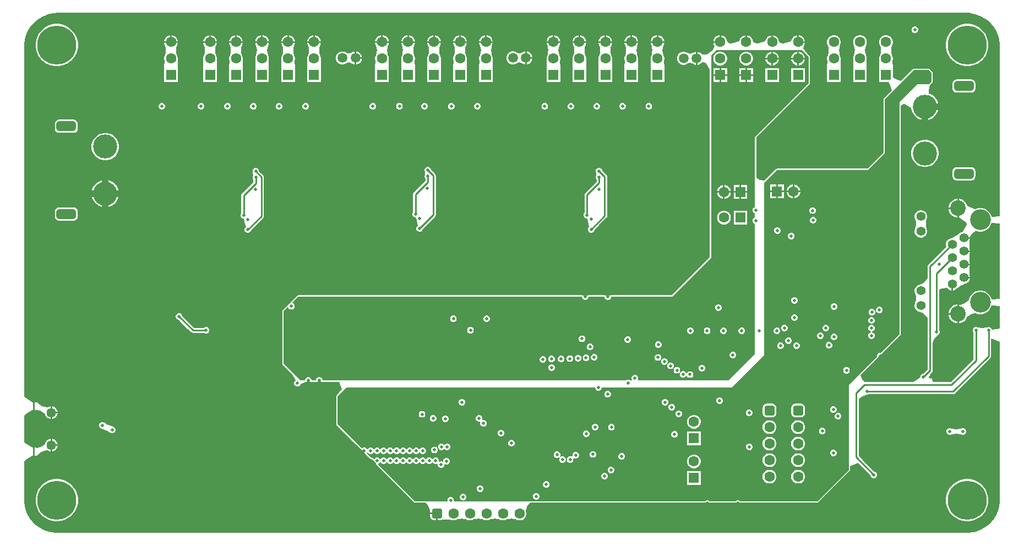
<source format=gbr>
G04*
G04 #@! TF.GenerationSoftware,Altium Limited,Altium Designer,25.1.2 (22)*
G04*
G04 Layer_Physical_Order=3*
G04 Layer_Color=16440176*
%FSLAX44Y44*%
%MOMM*%
G71*
G04*
G04 #@! TF.SameCoordinates,EAE4AFCB-A03C-4493-83DD-10631851BCDC*
G04*
G04*
G04 #@! TF.FilePolarity,Positive*
G04*
G01*
G75*
%ADD10C,0.2540*%
%ADD94C,1.6000*%
%ADD108R,1.6000X1.6000*%
%ADD109R,1.6000X1.6000*%
%ADD110C,1.5000*%
G04:AMPARAMS|DCode=111|XSize=1.6mm|YSize=1.6mm|CornerRadius=0.4mm|HoleSize=0mm|Usage=FLASHONLY|Rotation=270.000|XOffset=0mm|YOffset=0mm|HoleType=Round|Shape=RoundedRectangle|*
%AMROUNDEDRECTD111*
21,1,1.6000,0.8000,0,0,270.0*
21,1,0.8000,1.6000,0,0,270.0*
1,1,0.8000,-0.4000,-0.4000*
1,1,0.8000,-0.4000,0.4000*
1,1,0.8000,0.4000,0.4000*
1,1,0.8000,0.4000,-0.4000*
%
%ADD111ROUNDEDRECTD111*%
G04:AMPARAMS|DCode=112|XSize=1.5mm|YSize=3mm|CornerRadius=0.375mm|HoleSize=0mm|Usage=FLASHONLY|Rotation=270.000|XOffset=0mm|YOffset=0mm|HoleType=Round|Shape=RoundedRectangle|*
%AMROUNDEDRECTD112*
21,1,1.5000,2.2500,0,0,270.0*
21,1,0.7500,3.0000,0,0,270.0*
1,1,0.7500,-1.1250,-0.3750*
1,1,0.7500,-1.1250,0.3750*
1,1,0.7500,1.1250,0.3750*
1,1,0.7500,1.1250,-0.3750*
%
%ADD112ROUNDEDRECTD112*%
%ADD113C,3.7000*%
%ADD114C,6.0000*%
%ADD115C,1.4080*%
%ADD117C,2.4000*%
%ADD118C,3.2000*%
%ADD119C,1.4500*%
G04:AMPARAMS|DCode=120|XSize=1.6mm|YSize=1.6mm|CornerRadius=0.4mm|HoleSize=0mm|Usage=FLASHONLY|Rotation=0.000|XOffset=0mm|YOffset=0mm|HoleType=Round|Shape=RoundedRectangle|*
%AMROUNDEDRECTD120*
21,1,1.6000,0.8000,0,0,0.0*
21,1,0.8000,1.6000,0,0,0.0*
1,1,0.8000,0.4000,-0.4000*
1,1,0.8000,-0.4000,-0.4000*
1,1,0.8000,-0.4000,0.4000*
1,1,0.8000,0.4000,0.4000*
%
%ADD120ROUNDEDRECTD120*%
%ADD121C,0.5000*%
G36*
X1558969Y899130D02*
X1565427Y897399D01*
X1571604Y894841D01*
X1577394Y891498D01*
X1582698Y887428D01*
X1587426Y882700D01*
X1591496Y877396D01*
X1594838Y871606D01*
X1597397Y865429D01*
X1599127Y858971D01*
X1600000Y852343D01*
Y849000D01*
X1600000D01*
X1600000Y594000D01*
Y587499D01*
X1587500Y586268D01*
X1587338Y587080D01*
X1585981Y590356D01*
X1584012Y593304D01*
X1581504Y595812D01*
X1578556Y597781D01*
X1575280Y599138D01*
X1571803Y599830D01*
X1568257D01*
X1564780Y599138D01*
X1562770Y598306D01*
X1557464Y599659D01*
X1551364Y602638D01*
X1549486Y604420D01*
X1549279Y605192D01*
X1547365Y608508D01*
X1544658Y611215D01*
X1541342Y613129D01*
X1537644Y614120D01*
X1537000D01*
Y599580D01*
Y585040D01*
X1537644D01*
X1548765Y577914D01*
X1549070Y574640D01*
X1543369Y563610D01*
X1540932Y562957D01*
X1538748Y561696D01*
X1537624Y560573D01*
X1535105Y558679D01*
X1531475Y556273D01*
X1527426Y554310D01*
X1524649Y553163D01*
X1523132Y552757D01*
X1523132Y552757D01*
X1520948Y551496D01*
X1519164Y549712D01*
X1517903Y547528D01*
X1517250Y545091D01*
X1517250Y542569D01*
X1517708Y540202D01*
X1516857Y539351D01*
X1492384Y514878D01*
X1490003Y512497D01*
X1489161Y511237D01*
X1488865Y509750D01*
Y506298D01*
Y492216D01*
X1487117Y489366D01*
X1481251Y483557D01*
X1477369Y482210D01*
X1474932Y481557D01*
X1472748Y480296D01*
X1470964Y478512D01*
X1469703Y476328D01*
X1469050Y473891D01*
Y471369D01*
X1469526Y469594D01*
X1469703Y468932D01*
X1470964Y464154D01*
Y458206D01*
X1469703Y453428D01*
X1469526Y452766D01*
X1469050Y450991D01*
X1469050Y450991D01*
Y448469D01*
X1469703Y446032D01*
X1470964Y443848D01*
X1472748Y442064D01*
X1474932Y440803D01*
X1474932Y440803D01*
X1475643Y440612D01*
X1477369Y440150D01*
X1481251Y438803D01*
X1487117Y432994D01*
X1488865Y430144D01*
Y353083D01*
Y351359D01*
X1482297Y344791D01*
X1481747Y344790D01*
X1479895Y344023D01*
X1478477Y342605D01*
X1477710Y340752D01*
X1473982Y336323D01*
X1467156Y331885D01*
X1395436D01*
X1392696D01*
X1388690Y336363D01*
X1387618Y337814D01*
X1385500Y342366D01*
X1412413Y369279D01*
X1412413Y369279D01*
X1412414Y369280D01*
X1412633Y369609D01*
X1412855Y369941D01*
X1415160Y372590D01*
X1417809Y374895D01*
X1418059Y375062D01*
X1418471Y375337D01*
X1418471Y375337D01*
X1418471Y375337D01*
X1447192Y404058D01*
X1447634Y404720D01*
X1447789Y405500D01*
Y757045D01*
X1451809Y759964D01*
X1453779Y759658D01*
X1463960Y753928D01*
X1464769Y749863D01*
X1466355Y746034D01*
X1468657Y742588D01*
X1471588Y739657D01*
X1475034Y737355D01*
X1478863Y735769D01*
X1479920Y735558D01*
Y756000D01*
X1485000D01*
Y761080D01*
X1505442D01*
X1505231Y762137D01*
X1503645Y765966D01*
X1501343Y769412D01*
X1498412Y772343D01*
X1494966Y774645D01*
X1491137Y776232D01*
X1491093Y780092D01*
X1492337Y788738D01*
X1492442Y788808D01*
X1492442Y788808D01*
X1496192Y792558D01*
X1496634Y793220D01*
X1496789Y794000D01*
X1496789Y803937D01*
X1496789Y808250D01*
X1496789Y808250D01*
X1496789Y808250D01*
X1496634Y809030D01*
X1496192Y809692D01*
X1496192Y809692D01*
X1492442Y813442D01*
X1492442Y813442D01*
X1491781Y813884D01*
X1491780Y813884D01*
X1491000Y814039D01*
X1491000Y814039D01*
X1486768Y814039D01*
X1486768Y814039D01*
X1486687Y814039D01*
X1467750D01*
X1466970Y813884D01*
X1466308Y813442D01*
X1466308Y813442D01*
X1448040Y795174D01*
X1440705Y798212D01*
X1440705Y798212D01*
X1435540Y800351D01*
X1435540Y803600D01*
Y809231D01*
X1435540Y814890D01*
X1435279Y827390D01*
X1435540Y828362D01*
Y831138D01*
X1434822Y833818D01*
X1434489Y834394D01*
X1433934Y835515D01*
X1433234Y838698D01*
X1432931Y842450D01*
X1433234Y846202D01*
X1433934Y849385D01*
X1434489Y850506D01*
X1434822Y851082D01*
X1435540Y853762D01*
Y856538D01*
X1434822Y859218D01*
X1433434Y861622D01*
X1431472Y863584D01*
X1429068Y864972D01*
X1426388Y865690D01*
X1423612D01*
X1420932Y864972D01*
X1418528Y863584D01*
X1416566Y861622D01*
X1415178Y859218D01*
X1414460Y856538D01*
Y853762D01*
X1415178Y851082D01*
X1415511Y850506D01*
X1416066Y849385D01*
X1416766Y846202D01*
X1417069Y842450D01*
X1416766Y838698D01*
X1416066Y835515D01*
X1415511Y834394D01*
X1415178Y833818D01*
X1414460Y831138D01*
Y828362D01*
X1414721Y827390D01*
X1414460Y814890D01*
X1414460Y809231D01*
Y793810D01*
X1425749D01*
X1428999Y793810D01*
X1431138Y788645D01*
X1434176Y781310D01*
X1422058Y769192D01*
X1421616Y768530D01*
X1421461Y767750D01*
Y685345D01*
X1396655Y660539D01*
X1257500Y660539D01*
X1257500Y660539D01*
X1256720Y660384D01*
X1256058Y659942D01*
X1238039Y641923D01*
X1231091Y643284D01*
X1225539Y646575D01*
Y708155D01*
X1307442Y790058D01*
X1307884Y790720D01*
X1308039Y791500D01*
Y832750D01*
X1307884Y833530D01*
X1307442Y834192D01*
X1307442Y834192D01*
X1304034Y837600D01*
X1297678Y845261D01*
X1298210Y847665D01*
X1299822Y851082D01*
X1300540Y853762D01*
Y853880D01*
X1290000D01*
Y855150D01*
X1288730D01*
Y865690D01*
X1288612D01*
X1285932Y864972D01*
X1283528Y863584D01*
X1281566Y861622D01*
X1280178Y859218D01*
X1279460Y856538D01*
X1267112Y853396D01*
X1262558Y853753D01*
X1260540Y856538D01*
X1259822Y859218D01*
X1258434Y861622D01*
X1256472Y863584D01*
X1254068Y864972D01*
X1251388Y865690D01*
X1251270D01*
Y855150D01*
X1248730D01*
Y865690D01*
X1248612D01*
X1245932Y864972D01*
X1243528Y863584D01*
X1241566Y861622D01*
X1240178Y859218D01*
X1239460Y856538D01*
X1227112Y853396D01*
X1222558Y853753D01*
X1220540Y856538D01*
X1219822Y859218D01*
X1218434Y861622D01*
X1216472Y863584D01*
X1214068Y864972D01*
X1211388Y865690D01*
X1211270D01*
Y855150D01*
X1208730D01*
Y865690D01*
X1208612D01*
X1205932Y864972D01*
X1203528Y863584D01*
X1201566Y861622D01*
X1200178Y859218D01*
X1199460Y856538D01*
X1187112Y853396D01*
X1182558Y853753D01*
X1180540Y856538D01*
X1179822Y859218D01*
X1178434Y861622D01*
X1176472Y863584D01*
X1174068Y864972D01*
X1171388Y865690D01*
X1171270D01*
Y855150D01*
X1170000D01*
Y853880D01*
X1159460D01*
Y853762D01*
X1159460Y853762D01*
X1160178Y851082D01*
X1160178Y851081D01*
X1161487Y848518D01*
X1158393Y842260D01*
X1149630Y836168D01*
X1141814Y836315D01*
X1141779Y836350D01*
Y836350D01*
X1141772Y836357D01*
X1139945Y838184D01*
X1137655Y839506D01*
X1135102Y840190D01*
X1135102Y840190D01*
X1135102Y840190D01*
X1135050D01*
Y830150D01*
Y820110D01*
X1135102D01*
X1135102Y820110D01*
X1135267Y820154D01*
X1137655Y820794D01*
X1139945Y822116D01*
X1141134Y823305D01*
X1141711Y823882D01*
X1142488Y823873D01*
X1147672Y823010D01*
Y823010D01*
X1147673Y823010D01*
X1154211Y813218D01*
Y524595D01*
X1095405Y465789D01*
X1002540D01*
X1001760Y465634D01*
X998789Y465192D01*
X996211D01*
X993240Y465634D01*
X992460Y465789D01*
X967540D01*
X966760Y465634D01*
X963789Y465192D01*
X961211D01*
X958240Y465634D01*
X957460Y465789D01*
X521000D01*
X520220Y465634D01*
X519558Y465192D01*
X519116Y464530D01*
X519109Y464492D01*
X510956Y456339D01*
X510956Y456339D01*
X510844Y456172D01*
X510702Y456030D01*
X503470Y448798D01*
X503470D01*
X503469Y448798D01*
X503327Y448656D01*
X503161Y448545D01*
X503161Y448545D01*
X497058Y442442D01*
X496616Y441780D01*
X496616Y441780D01*
X496461Y441000D01*
X496461Y441000D01*
X496461Y439810D01*
X496461Y439810D01*
X496461Y439201D01*
Y361000D01*
X496461Y361000D01*
X496616Y360220D01*
X497058Y359558D01*
X497058Y359558D01*
X511453Y345163D01*
X515313Y337947D01*
X517145Y334523D01*
X515727Y333105D01*
X514960Y331253D01*
Y329248D01*
X515727Y327395D01*
X517145Y325977D01*
X518997Y325210D01*
X518997Y325210D01*
X521003D01*
X522855Y325977D01*
X524273Y327395D01*
X525040Y329247D01*
X532395Y332616D01*
X535365Y333058D01*
X537944D01*
X540914Y332616D01*
X540914Y332616D01*
X540914D01*
X541694Y332461D01*
X541694Y332461D01*
X548614D01*
X548614Y332461D01*
X549395Y332616D01*
X549395D01*
X549395Y332616D01*
X552365Y333058D01*
X554944D01*
X557914Y332616D01*
X558694Y332461D01*
X583649D01*
X588128Y321647D01*
X580720Y311884D01*
X580058Y311442D01*
X579616Y310780D01*
X579461Y310000D01*
Y267750D01*
X579461Y267750D01*
X579616Y266970D01*
X580058Y266308D01*
X580058Y266308D01*
X610448Y235918D01*
X617619Y228747D01*
X617619Y228747D01*
X618281Y228305D01*
X620957Y226041D01*
X624183Y222452D01*
X624859Y221540D01*
X624859Y221540D01*
X624942Y221464D01*
X625059Y221307D01*
X625060Y221306D01*
X631518Y214848D01*
X632180Y214406D01*
X633076Y214168D01*
X635361Y212533D01*
X635423Y212440D01*
X635423Y212440D01*
X635424Y212440D01*
X636146Y211928D01*
X640438Y207014D01*
X642024Y204872D01*
X642263Y204322D01*
X642263Y204322D01*
X642264Y204322D01*
X642361Y204176D01*
X642452Y203970D01*
X642452Y203970D01*
X642452Y203970D01*
X642596Y203824D01*
X642706Y203661D01*
X649706Y196660D01*
X649707Y196659D01*
X649707Y196659D01*
X699058Y147308D01*
X699720Y146866D01*
X700500Y146711D01*
X716775D01*
X720285Y142639D01*
X723094Y137701D01*
X724031Y134211D01*
X724004Y134000D01*
Y131270D01*
X734600D01*
Y130000D01*
X735870D01*
Y119404D01*
X738600D01*
X740307Y119628D01*
X740627Y119761D01*
X742277Y120329D01*
X748189Y120979D01*
X754276Y120538D01*
X755932Y120178D01*
X756520Y120021D01*
X758612Y119460D01*
X761388D01*
X764068Y120178D01*
X764644Y120511D01*
X765765Y121066D01*
X768948Y121766D01*
X772700Y122069D01*
X776452Y121766D01*
X779635Y121066D01*
X780756Y120511D01*
X781332Y120178D01*
X784012Y119460D01*
X786788D01*
X789468Y120178D01*
X790044Y120511D01*
X791165Y121066D01*
X794348Y121766D01*
X798100Y122069D01*
X801852Y121766D01*
X805035Y121066D01*
X806156Y120511D01*
X806732Y120178D01*
X809412Y119460D01*
X812188D01*
X814868Y120178D01*
X815444Y120511D01*
X816565Y121066D01*
X819747Y121766D01*
X823500Y122069D01*
X827253Y121766D01*
X830435Y121066D01*
X831556Y120511D01*
X832132Y120178D01*
X834812Y119460D01*
X837588D01*
X840268Y120178D01*
X840844Y120511D01*
X841965Y121066D01*
X845147Y121766D01*
X848900Y122069D01*
X852653Y121766D01*
X855835Y121066D01*
X856956Y120511D01*
X857532Y120178D01*
X860212Y119460D01*
X862988D01*
X865668Y120178D01*
X868072Y121566D01*
X870034Y123528D01*
X871422Y125932D01*
X872140Y128612D01*
Y131388D01*
X871422Y134068D01*
X871339Y134211D01*
X874016Y141952D01*
X877473Y146711D01*
X1146622Y146711D01*
X1147403Y146866D01*
X1148064Y147308D01*
X1148550Y147794D01*
X1149653Y148251D01*
X1150847D01*
X1151950Y147794D01*
X1152436Y147308D01*
X1153097Y146866D01*
X1153878Y146711D01*
X1193622Y146711D01*
X1193622Y146711D01*
X1194403Y146866D01*
X1195064Y147308D01*
X1195550Y147794D01*
X1196653Y148251D01*
X1197847D01*
X1198950Y147794D01*
X1199436Y147308D01*
X1200097Y146866D01*
X1200878Y146711D01*
X1319500D01*
X1319500Y146711D01*
X1320280Y146866D01*
X1320942Y147308D01*
X1320942Y147308D01*
X1369442Y195808D01*
X1369884Y196470D01*
X1370039Y197250D01*
Y202789D01*
X1377809Y206007D01*
X1382539Y207967D01*
X1385712Y204795D01*
X1397731Y192776D01*
X1401459Y189047D01*
X1401460Y188498D01*
X1402227Y186645D01*
X1403645Y185227D01*
X1405497Y184460D01*
X1407502Y184460D01*
X1409355Y185227D01*
X1410773Y186645D01*
X1411540Y188497D01*
X1411540Y190502D01*
X1410773Y192355D01*
X1409355Y193773D01*
X1407502Y194540D01*
X1406953Y194541D01*
X1404337Y197157D01*
X1389127Y212367D01*
X1382885Y218609D01*
X1382885Y220318D01*
X1382885Y220320D01*
X1382885Y220324D01*
Y306066D01*
X1387596Y309469D01*
X1394997Y312710D01*
X1397003D01*
X1398855Y313477D01*
X1399002Y313615D01*
X1399554D01*
X1524546D01*
X1528000D01*
X1529487Y313911D01*
X1530747Y314753D01*
X1533244Y317250D01*
X1583250Y367256D01*
X1585747Y369753D01*
X1586589Y371013D01*
X1586885Y372500D01*
Y375852D01*
Y398299D01*
X1587500Y398923D01*
X1600000Y393797D01*
X1600000Y201250D01*
X1600000Y150500D01*
X1599967Y147178D01*
X1599041Y140599D01*
X1597269Y134196D01*
X1594682Y128077D01*
X1591322Y122345D01*
X1587247Y117097D01*
X1582527Y112422D01*
X1577239Y108399D01*
X1571474Y105096D01*
X1565330Y102568D01*
X1560921Y101395D01*
X1549000Y99998D01*
X151000Y99998D01*
X147657D01*
X141028Y100870D01*
X134571Y102601D01*
X128394Y105159D01*
X122604Y108502D01*
X117300Y112572D01*
X112572Y117300D01*
X108502Y122604D01*
X105159Y128394D01*
X102601Y134571D01*
X100870Y141028D01*
X99998Y147657D01*
Y151000D01*
X99998D01*
Y210606D01*
X102479Y213050D01*
X112497Y219042D01*
X113130D01*
Y225200D01*
Y231358D01*
X112055D01*
X102165Y237660D01*
X99998Y239793D01*
Y280607D01*
X102479Y283050D01*
X112497Y289042D01*
X113130D01*
Y295200D01*
Y301358D01*
X112055D01*
X102165Y307660D01*
X99998Y309793D01*
X99997Y849000D01*
X100000D01*
Y852343D01*
X100873Y858971D01*
X102603Y865429D01*
X105162Y871606D01*
X108504Y877396D01*
X112575Y882700D01*
X117302Y887428D01*
X122606Y891498D01*
X128396Y894841D01*
X134573Y897399D01*
X139080Y898607D01*
X151002Y900002D01*
X151005Y900000D01*
X163501Y900000D01*
X1548995D01*
X1548997Y900002D01*
X1552340D01*
X1558969Y899130D01*
D02*
G37*
G36*
X1494750Y808250D02*
Y794000D01*
X1491000Y790250D01*
X1473000D01*
X1445750Y763000D01*
Y405500D01*
X1417029Y376779D01*
X1417003Y376790D01*
X1414998D01*
X1413145Y376023D01*
X1411727Y374605D01*
X1410960Y372752D01*
Y370747D01*
X1410971Y370721D01*
X1368000Y327750D01*
X1368000Y197250D01*
X1319500Y148750D01*
X1200878D01*
X1200105Y149523D01*
X1198252Y150290D01*
X1196247D01*
X1194395Y149523D01*
X1193622Y148750D01*
X1153878Y148750D01*
X1153105Y149523D01*
X1151253Y150290D01*
X1149248D01*
X1147395Y149523D01*
X1146622Y148750D01*
X761604Y148750D01*
X760540Y150020D01*
Y151252D01*
X759773Y153105D01*
X758355Y154523D01*
X756503Y155290D01*
X754498D01*
X752645Y154523D01*
X751227Y153105D01*
X750460Y151252D01*
Y149248D01*
X750127Y148750D01*
X700500D01*
X644147Y205103D01*
X644445Y206601D01*
X645355Y206977D01*
X646773Y208395D01*
X646865Y208618D01*
X648135D01*
X648227Y208395D01*
X649645Y206977D01*
X651497Y206210D01*
X653503D01*
X655355Y206977D01*
X656773Y208395D01*
X656865Y208618D01*
X658135D01*
X658227Y208395D01*
X659645Y206977D01*
X661497Y206210D01*
X663503D01*
X665355Y206977D01*
X666773Y208395D01*
X666865Y208618D01*
X668135D01*
X668227Y208395D01*
X669645Y206977D01*
X671497Y206210D01*
X673503D01*
X675355Y206977D01*
X676773Y208395D01*
X676865Y208618D01*
X678135D01*
X678227Y208395D01*
X679645Y206977D01*
X681497Y206210D01*
X683503D01*
X685355Y206977D01*
X686773Y208395D01*
X686865Y208618D01*
X688135D01*
X688227Y208395D01*
X689645Y206977D01*
X691497Y206210D01*
X693503D01*
X695355Y206977D01*
X696773Y208395D01*
X696865Y208618D01*
X698135D01*
X698227Y208395D01*
X699645Y206977D01*
X701497Y206210D01*
X703503D01*
X705355Y206977D01*
X706773Y208395D01*
X706865Y208618D01*
X708135D01*
X708227Y208395D01*
X709645Y206977D01*
X711497Y206210D01*
X713503D01*
X715355Y206977D01*
X716773Y208395D01*
X716865Y208618D01*
X718135D01*
X718227Y208395D01*
X719645Y206977D01*
X721497Y206210D01*
X723503D01*
X725355Y206977D01*
X726773Y208395D01*
X726865Y208618D01*
X728135D01*
X728227Y208395D01*
X729645Y206977D01*
X731497Y206210D01*
X733503D01*
X734913Y206794D01*
X735638Y206246D01*
X735960Y205923D01*
Y203997D01*
X736727Y202145D01*
X738145Y200727D01*
X739997Y199960D01*
X742002D01*
X743855Y200727D01*
X745273Y202145D01*
X746040Y203997D01*
Y205000D01*
X747310Y205848D01*
X748248Y205460D01*
X750253D01*
X752105Y206227D01*
X753523Y207645D01*
X754290Y209498D01*
Y211502D01*
X753523Y213355D01*
X752105Y214773D01*
X750253Y215540D01*
X748248D01*
X746395Y214773D01*
X744977Y213355D01*
X744210Y211502D01*
Y210500D01*
X742940Y209652D01*
X742002Y210040D01*
X739997D01*
X738587Y209456D01*
X737862Y210004D01*
X737540Y210327D01*
Y212253D01*
X736773Y214105D01*
X735355Y215523D01*
X733503Y216290D01*
X731497D01*
X729645Y215523D01*
X728227Y214105D01*
X728135Y213882D01*
X726865D01*
X726773Y214105D01*
X725355Y215523D01*
X723503Y216290D01*
X721497D01*
X719645Y215523D01*
X718227Y214105D01*
X718135Y213882D01*
X716865D01*
X716773Y214105D01*
X715355Y215523D01*
X713503Y216290D01*
X711497D01*
X709645Y215523D01*
X708227Y214105D01*
X708135Y213882D01*
X706865D01*
X706773Y214105D01*
X705355Y215523D01*
X703503Y216290D01*
X701497D01*
X699645Y215523D01*
X698227Y214105D01*
X698135Y213882D01*
X696865D01*
X696773Y214105D01*
X695355Y215523D01*
X693503Y216290D01*
X691497D01*
X689645Y215523D01*
X688227Y214105D01*
X688135Y213882D01*
X686865D01*
X686773Y214105D01*
X685355Y215523D01*
X683503Y216290D01*
X681497D01*
X679645Y215523D01*
X678227Y214105D01*
X678135Y213882D01*
X676865D01*
X676773Y214105D01*
X675355Y215523D01*
X673503Y216290D01*
X671497D01*
X669645Y215523D01*
X668227Y214105D01*
X668135Y213882D01*
X666865D01*
X666773Y214105D01*
X665355Y215523D01*
X663503Y216290D01*
X661497D01*
X659645Y215523D01*
X658227Y214105D01*
X658135Y213882D01*
X656865D01*
X656773Y214105D01*
X655355Y215523D01*
X653503Y216290D01*
X651497D01*
X649645Y215523D01*
X648227Y214105D01*
X648135Y213882D01*
X646865D01*
X646773Y214105D01*
X645355Y215523D01*
X643503Y216290D01*
X641497D01*
X639645Y215523D01*
X638227Y214105D01*
X638135Y213882D01*
X636865D01*
X636773Y214105D01*
X635355Y215523D01*
X633503Y216290D01*
X632960D01*
X626502Y222748D01*
X626962Y223510D01*
X627420Y223559D01*
X628317Y223555D01*
X629645Y222227D01*
X631497Y221460D01*
X633503D01*
X635355Y222227D01*
X636773Y223645D01*
X636865Y223868D01*
X638135D01*
X638227Y223645D01*
X639645Y222227D01*
X641497Y221460D01*
X643503D01*
X645355Y222227D01*
X646773Y223645D01*
X646865Y223868D01*
X648135D01*
X648227Y223645D01*
X649645Y222227D01*
X651497Y221460D01*
X653503D01*
X655355Y222227D01*
X656773Y223645D01*
X656865Y223868D01*
X658135D01*
X658227Y223645D01*
X659645Y222227D01*
X661497Y221460D01*
X663503D01*
X665355Y222227D01*
X666773Y223645D01*
X666865Y223868D01*
X668135D01*
X668227Y223645D01*
X669645Y222227D01*
X671497Y221460D01*
X673503D01*
X675355Y222227D01*
X676773Y223645D01*
X676865Y223868D01*
X678135D01*
X678227Y223645D01*
X679645Y222227D01*
X681497Y221460D01*
X683503D01*
X685355Y222227D01*
X686773Y223645D01*
X686865Y223868D01*
X688135D01*
X688227Y223645D01*
X689645Y222227D01*
X691497Y221460D01*
X693503D01*
X695355Y222227D01*
X696773Y223645D01*
X696865Y223868D01*
X698135D01*
X698227Y223645D01*
X699645Y222227D01*
X701497Y221460D01*
X703503D01*
X705355Y222227D01*
X706773Y223645D01*
X706865Y223868D01*
X708135D01*
X708227Y223645D01*
X709645Y222227D01*
X711497Y221460D01*
X713503D01*
X715355Y222227D01*
X716773Y223645D01*
X717540Y225497D01*
Y227502D01*
X716773Y229355D01*
X715355Y230773D01*
X713503Y231540D01*
X711497D01*
X709645Y230773D01*
X708227Y229355D01*
X708135Y229132D01*
X706865D01*
X706773Y229355D01*
X705355Y230773D01*
X703503Y231540D01*
X701497D01*
X699645Y230773D01*
X698227Y229355D01*
X698135Y229132D01*
X696865D01*
X696773Y229355D01*
X695355Y230773D01*
X693503Y231540D01*
X691497D01*
X689645Y230773D01*
X688227Y229355D01*
X688135Y229132D01*
X686865D01*
X686773Y229355D01*
X685355Y230773D01*
X683503Y231540D01*
X681497D01*
X679645Y230773D01*
X678227Y229355D01*
X678135Y229132D01*
X676865D01*
X676773Y229355D01*
X675355Y230773D01*
X673503Y231540D01*
X671497D01*
X669645Y230773D01*
X668227Y229355D01*
X668135Y229132D01*
X666865D01*
X666773Y229355D01*
X665355Y230773D01*
X663503Y231540D01*
X661497D01*
X659645Y230773D01*
X658227Y229355D01*
X658135Y229132D01*
X656865D01*
X656773Y229355D01*
X655355Y230773D01*
X653503Y231540D01*
X651497D01*
X649645Y230773D01*
X648227Y229355D01*
X648135Y229132D01*
X646865D01*
X646773Y229355D01*
X645355Y230773D01*
X643503Y231540D01*
X641497D01*
X639645Y230773D01*
X638227Y229355D01*
X638135Y229132D01*
X636865D01*
X636773Y229355D01*
X635355Y230773D01*
X633503Y231540D01*
X631497D01*
X629645Y230773D01*
X628227Y229355D01*
X628135Y229132D01*
X626865D01*
X626773Y229355D01*
X625355Y230773D01*
X623503Y231540D01*
X621497D01*
X619645Y230773D01*
X619061Y230189D01*
X581500Y267750D01*
Y310000D01*
X581750D01*
X595250Y323500D01*
X977460D01*
Y322998D01*
X978227Y321145D01*
X979645Y319727D01*
X981497Y318960D01*
X983503D01*
X985355Y319727D01*
X986773Y321145D01*
X987540Y322998D01*
Y323500D01*
X1187750D01*
X1237750Y373500D01*
X1237750Y638750D01*
X1257500Y658500D01*
X1397500Y658500D01*
X1423500Y684500D01*
Y767750D01*
X1467750Y812000D01*
X1491000D01*
X1494750Y808250D01*
D02*
G37*
G36*
X1600000Y576161D02*
X1600000Y460499D01*
X1587801Y459297D01*
X1587338Y460080D01*
X1585981Y463356D01*
X1584012Y466304D01*
X1581504Y468811D01*
X1578556Y470781D01*
X1575280Y472138D01*
X1571803Y472830D01*
X1568257D01*
X1564780Y472138D01*
X1561504Y470781D01*
X1558556Y468811D01*
X1556048Y466304D01*
X1554079Y463356D01*
X1552722Y460080D01*
X1552316Y458043D01*
X1551893Y457528D01*
X1546161Y453702D01*
X1541209Y451255D01*
X1539852Y451029D01*
X1537644Y451620D01*
X1537000D01*
Y437080D01*
Y422540D01*
X1537644D01*
X1541342Y423531D01*
X1544658Y425445D01*
X1547365Y428152D01*
X1549279Y431468D01*
X1549486Y432240D01*
X1551364Y434022D01*
X1557464Y437001D01*
X1562770Y438354D01*
X1564780Y437522D01*
X1568257Y436830D01*
X1571803D01*
X1575280Y437522D01*
X1578556Y438879D01*
X1581504Y440849D01*
X1584012Y443356D01*
X1585981Y446304D01*
X1587338Y449580D01*
X1587801Y450363D01*
X1600000Y449161D01*
Y414056D01*
X1588040Y412752D01*
X1587273Y414605D01*
X1587273Y414605D01*
X1585855Y416023D01*
X1585855D01*
X1584003Y416790D01*
X1581998D01*
X1581998Y416790D01*
X1580145Y416023D01*
X1580145D01*
X1579838Y415716D01*
X1573125Y415110D01*
X1566411Y415716D01*
X1566105Y416023D01*
X1564252Y416790D01*
X1562247Y416790D01*
X1560395Y416023D01*
X1558977Y414605D01*
X1558977Y414605D01*
X1558210Y412753D01*
X1558210Y412752D01*
Y410747D01*
X1558977Y408895D01*
X1559365Y408506D01*
X1559365Y406608D01*
X1559365Y406608D01*
X1559365Y405345D01*
Y369603D01*
Y367109D01*
X1524790Y332534D01*
X1524141Y331885D01*
X1522052D01*
X1498344D01*
X1497950Y332141D01*
X1492878Y344385D01*
X1495497Y347003D01*
X1496339Y348263D01*
X1496635Y349750D01*
Y353201D01*
Y392798D01*
X1498979Y398031D01*
X1500872Y400481D01*
X1505605Y404977D01*
X1505605Y404977D01*
X1507023Y406395D01*
X1507790Y408247D01*
Y410252D01*
X1507023Y412105D01*
X1507023Y412105D01*
X1506635Y412494D01*
Y474647D01*
X1511007Y476310D01*
X1519135Y476799D01*
X1519164Y476748D01*
X1520948Y474964D01*
X1523132Y473703D01*
X1525560Y473052D01*
Y482630D01*
X1528100D01*
Y473052D01*
X1530528Y473703D01*
X1532712Y474964D01*
X1533836Y476087D01*
X1536355Y477981D01*
X1539985Y480387D01*
X1544034Y482350D01*
X1546811Y483497D01*
X1548328Y483903D01*
X1550512Y485164D01*
X1552296Y486948D01*
X1553557Y489132D01*
X1554208Y491560D01*
X1544630D01*
Y494100D01*
X1554208D01*
X1553833Y495497D01*
X1553427Y498629D01*
X1553154Y503030D01*
X1553427Y507430D01*
X1553833Y510563D01*
X1554208Y511960D01*
X1544630D01*
Y514500D01*
X1554208D01*
X1553833Y515897D01*
X1553427Y519030D01*
X1553154Y523430D01*
X1553427Y527831D01*
X1553833Y530963D01*
X1554208Y532360D01*
X1544630D01*
Y534900D01*
X1554208D01*
X1553833Y536297D01*
X1553427Y539430D01*
X1553154Y543830D01*
X1553427Y548231D01*
X1553833Y551363D01*
X1554208Y552760D01*
X1544630D01*
Y555300D01*
X1554208D01*
X1554070Y555812D01*
X1557536Y560505D01*
X1563845Y564909D01*
X1564780Y564522D01*
X1568257Y563830D01*
X1571803D01*
X1575280Y564522D01*
X1578556Y565879D01*
X1581504Y567849D01*
X1584012Y570356D01*
X1585981Y573304D01*
X1587338Y576580D01*
X1587500Y577392D01*
X1600000Y576161D01*
D02*
G37*
G36*
X1306000Y832750D02*
Y791500D01*
X1223500Y709000D01*
Y601480D01*
X1222395Y601023D01*
X1220977Y599605D01*
X1220210Y597752D01*
Y595747D01*
X1220977Y593895D01*
X1222395Y592477D01*
X1223500Y592020D01*
Y585438D01*
X1221895Y584773D01*
X1220477Y583355D01*
X1219710Y581502D01*
Y579497D01*
X1220477Y577645D01*
X1221895Y576227D01*
X1223500Y575563D01*
X1223500Y375000D01*
X1183000Y334500D01*
X1044287D01*
X1043531Y335770D01*
X1044040Y336997D01*
Y339002D01*
X1043273Y340855D01*
X1041855Y342273D01*
X1040003Y343040D01*
X1037998D01*
X1036145Y342273D01*
X1034727Y340855D01*
X1033960Y339002D01*
Y336997D01*
X1034469Y335770D01*
X1033713Y334500D01*
X1032128D01*
X1031355Y335273D01*
X1029502Y336040D01*
X1027497D01*
X1025645Y335273D01*
X1024872Y334500D01*
X558694D01*
Y335952D01*
X557927Y337805D01*
X556509Y339223D01*
X554657Y339990D01*
X552652D01*
X550799Y339223D01*
X549382Y337805D01*
X548614Y335952D01*
Y334500D01*
X541694D01*
Y335703D01*
X540927Y337555D01*
X539509Y338973D01*
X537657Y339740D01*
X535652D01*
X533799Y338973D01*
X532382Y337555D01*
X531614Y335703D01*
Y334500D01*
X525000D01*
X498500Y361000D01*
Y441000D01*
X504603Y447103D01*
X506101Y446805D01*
X506477Y445895D01*
X507895Y444477D01*
X509748Y443710D01*
X511753D01*
X513605Y444477D01*
X515023Y445895D01*
X515790Y447747D01*
Y449753D01*
X515023Y451605D01*
X513605Y453023D01*
X512696Y453399D01*
X512397Y454897D01*
X521000Y463500D01*
Y463750D01*
X957460D01*
Y462497D01*
X958227Y460645D01*
X959645Y459227D01*
X961497Y458460D01*
X963503D01*
X965355Y459227D01*
X966773Y460645D01*
X967540Y462497D01*
Y463750D01*
X992460D01*
Y462248D01*
X993227Y460395D01*
X994645Y458977D01*
X996497Y458210D01*
X998503D01*
X1000355Y458977D01*
X1001773Y460395D01*
X1002540Y462248D01*
Y463750D01*
X1095750D01*
X1096000Y463500D01*
X1156250Y523750D01*
Y834750D01*
X1164250Y842750D01*
X1296000Y842750D01*
X1306000Y832750D01*
D02*
G37*
%LPC*%
G36*
X1468497Y879040D02*
X1466645Y878273D01*
X1465227Y876855D01*
X1464460Y875003D01*
Y872998D01*
X1465227Y871145D01*
X1466645Y869727D01*
X1468497Y868960D01*
X1470502D01*
X1472355Y869727D01*
X1473773Y871145D01*
X1474540Y872997D01*
X1474540Y875003D01*
X1473773Y876855D01*
X1472355Y878273D01*
X1470503Y879040D01*
X1468497Y879040D01*
D02*
G37*
G36*
X1074888Y865690D02*
X1074770D01*
Y856420D01*
X1084040D01*
Y856538D01*
X1083322Y859218D01*
X1081934Y861622D01*
X1079972Y863584D01*
X1077568Y864972D01*
X1074888Y865690D01*
D02*
G37*
G36*
X1072230D02*
X1072112D01*
X1069432Y864972D01*
X1067028Y863584D01*
X1065066Y861622D01*
X1063678Y859218D01*
X1062960Y856538D01*
Y856420D01*
X1072230D01*
Y865690D01*
D02*
G37*
G36*
X954888D02*
X954770D01*
Y856420D01*
X964040D01*
Y856538D01*
X963322Y859218D01*
X961934Y861622D01*
X959972Y863584D01*
X957568Y864972D01*
X954888Y865690D01*
D02*
G37*
G36*
X914888D02*
X914770D01*
Y856420D01*
X924040D01*
Y856538D01*
X923322Y859218D01*
X921934Y861622D01*
X919972Y863584D01*
X917568Y864972D01*
X914888Y865690D01*
D02*
G37*
G36*
X811388D02*
X811270D01*
Y856420D01*
X820540D01*
Y856538D01*
X819822Y859218D01*
X818434Y861622D01*
X816472Y863584D01*
X814068Y864972D01*
X811388Y865690D01*
D02*
G37*
G36*
X952230D02*
X952112D01*
X949432Y864972D01*
X947028Y863584D01*
X945066Y861622D01*
X943678Y859218D01*
X942960Y856538D01*
Y856420D01*
X952230D01*
Y865690D01*
D02*
G37*
G36*
X912230D02*
X912112D01*
X909432Y864972D01*
X907028Y863584D01*
X905066Y861622D01*
X903678Y859218D01*
X902960Y856538D01*
Y856420D01*
X912230D01*
Y865690D01*
D02*
G37*
G36*
X808730D02*
X808612D01*
X805932Y864972D01*
X803528Y863584D01*
X801566Y861622D01*
X800178Y859218D01*
X799460Y856538D01*
Y856420D01*
X808730D01*
Y865690D01*
D02*
G37*
G36*
X1291388D02*
X1291270D01*
Y856420D01*
X1300540D01*
Y856538D01*
X1299822Y859218D01*
X1298434Y861622D01*
X1296472Y863584D01*
X1294068Y864972D01*
X1291388Y865690D01*
D02*
G37*
G36*
X994888D02*
X994770D01*
Y856420D01*
X1004040D01*
Y856538D01*
X1003322Y859218D01*
X1001934Y861622D01*
X999972Y863584D01*
X997568Y864972D01*
X994888Y865690D01*
D02*
G37*
G36*
X691388D02*
X691270D01*
Y856420D01*
X700540D01*
Y856538D01*
X699822Y859218D01*
X698434Y861622D01*
X696472Y863584D01*
X694068Y864972D01*
X691388Y865690D01*
D02*
G37*
G36*
X651388D02*
X651270D01*
Y856420D01*
X660540D01*
Y856538D01*
X659822Y859218D01*
X658434Y861622D01*
X656472Y863584D01*
X654068Y864972D01*
X651388Y865690D01*
D02*
G37*
G36*
X992230D02*
X992112D01*
X989432Y864972D01*
X987028Y863584D01*
X985066Y861622D01*
X983678Y859218D01*
X982960Y856538D01*
Y856420D01*
X992230D01*
Y865690D01*
D02*
G37*
G36*
X688730D02*
X688612D01*
X685932Y864972D01*
X683528Y863584D01*
X681566Y861622D01*
X680178Y859218D01*
X679460Y856538D01*
Y856420D01*
X688730D01*
Y865690D01*
D02*
G37*
G36*
X648730D02*
X648612D01*
X645932Y864972D01*
X643528Y863584D01*
X641566Y861622D01*
X640178Y859218D01*
X639460Y856538D01*
Y856420D01*
X648730D01*
Y865690D01*
D02*
G37*
G36*
X1034888D02*
X1034770D01*
Y856420D01*
X1044040D01*
Y856538D01*
X1043322Y859218D01*
X1041934Y861622D01*
X1039972Y863584D01*
X1037568Y864972D01*
X1034888Y865690D01*
D02*
G37*
G36*
X731388D02*
X731270D01*
Y856420D01*
X740540D01*
Y856538D01*
X739822Y859218D01*
X738434Y861622D01*
X736472Y863584D01*
X734068Y864972D01*
X731388Y865690D01*
D02*
G37*
G36*
X1032230D02*
X1032112D01*
X1029432Y864972D01*
X1027028Y863584D01*
X1025066Y861622D01*
X1023678Y859218D01*
X1022960Y856538D01*
Y856420D01*
X1032230D01*
Y865690D01*
D02*
G37*
G36*
X728730D02*
X728612D01*
X725932Y864972D01*
X723528Y863584D01*
X721566Y861622D01*
X720178Y859218D01*
X719460Y856538D01*
Y856420D01*
X728730D01*
Y865690D01*
D02*
G37*
G36*
X771388D02*
X771270D01*
Y856420D01*
X780540D01*
Y856538D01*
X779822Y859218D01*
X778434Y861622D01*
X776472Y863584D01*
X774068Y864972D01*
X771388Y865690D01*
D02*
G37*
G36*
X1168730D02*
X1168612D01*
X1165932Y864972D01*
X1163528Y863584D01*
X1161566Y861622D01*
X1160178Y859218D01*
X1159460Y856538D01*
Y856420D01*
X1168730D01*
Y865690D01*
D02*
G37*
G36*
X768730D02*
X768612D01*
X765932Y864972D01*
X763528Y863584D01*
X761566Y861622D01*
X760178Y859218D01*
X759460Y856538D01*
Y856420D01*
X768730D01*
Y865690D01*
D02*
G37*
G36*
X506888Y865690D02*
X506770D01*
Y856420D01*
X516040D01*
Y856538D01*
X515322Y859218D01*
X513934Y861622D01*
X511972Y863584D01*
X509568Y864972D01*
X506888Y865690D01*
D02*
G37*
G36*
X504230D02*
X504112D01*
X501432Y864972D01*
X499028Y863584D01*
X497066Y861622D01*
X495678Y859218D01*
X494960Y856538D01*
Y856420D01*
X504230D01*
Y865690D01*
D02*
G37*
G36*
X546888D02*
X546770D01*
Y856420D01*
X556040D01*
Y856538D01*
X555322Y859218D01*
X553934Y861622D01*
X551972Y863584D01*
X549568Y864972D01*
X546888Y865690D01*
D02*
G37*
G36*
X466888D02*
X466770D01*
Y856420D01*
X476040D01*
Y856538D01*
X475322Y859218D01*
X473934Y861622D01*
X471972Y863584D01*
X469568Y864972D01*
X466888Y865690D01*
D02*
G37*
G36*
X544230D02*
X544112D01*
X541432Y864972D01*
X539028Y863584D01*
X537066Y861622D01*
X535678Y859218D01*
X534960Y856538D01*
Y856420D01*
X544230D01*
Y865690D01*
D02*
G37*
G36*
X464230D02*
X464112D01*
X461432Y864972D01*
X459028Y863584D01*
X457066Y861622D01*
X455678Y859218D01*
X454960Y856538D01*
Y856420D01*
X464230D01*
Y865690D01*
D02*
G37*
G36*
X426888D02*
X426770D01*
Y856420D01*
X436040D01*
Y856538D01*
X435322Y859218D01*
X433934Y861622D01*
X431972Y863584D01*
X429568Y864972D01*
X426888Y865690D01*
D02*
G37*
G36*
X386888D02*
X386770D01*
Y856420D01*
X396040D01*
Y856538D01*
X395322Y859218D01*
X393934Y861622D01*
X391972Y863584D01*
X389568Y864972D01*
X386888Y865690D01*
D02*
G37*
G36*
X326888D02*
X326770D01*
Y856420D01*
X336040D01*
Y856538D01*
X335322Y859218D01*
X333934Y861622D01*
X331972Y863584D01*
X329568Y864972D01*
X326888Y865690D01*
D02*
G37*
G36*
X424230D02*
X424112D01*
X421432Y864972D01*
X419028Y863584D01*
X417066Y861622D01*
X415678Y859218D01*
X414960Y856538D01*
Y856420D01*
X424230D01*
Y865690D01*
D02*
G37*
G36*
X384230D02*
X384112D01*
X381432Y864972D01*
X379028Y863584D01*
X377066Y861622D01*
X375678Y859218D01*
X374960Y856538D01*
Y856420D01*
X384230D01*
Y865690D01*
D02*
G37*
G36*
X324230D02*
X324112D01*
X321432Y864972D01*
X319028Y863584D01*
X317066Y861622D01*
X315678Y859218D01*
X314960Y856538D01*
Y856420D01*
X324230D01*
Y865690D01*
D02*
G37*
G36*
X872602Y840940D02*
X872602Y840940D01*
X872550D01*
Y832170D01*
X881320D01*
Y832222D01*
X881320Y832222D01*
X880636Y834775D01*
X880636Y834775D01*
X880551Y834923D01*
X879314Y837065D01*
X877445Y838934D01*
X877445Y838934D01*
X875155Y840256D01*
X872602Y840940D01*
X872602Y840940D01*
D02*
G37*
G36*
X610352Y840690D02*
X610352Y840690D01*
X610300D01*
Y831920D01*
X619070D01*
Y831972D01*
X619070Y831972D01*
X618386Y834525D01*
X618386Y834525D01*
X617064Y836815D01*
X615195Y838684D01*
X615195Y838684D01*
X612905Y840006D01*
X610352Y840690D01*
X610352Y840690D01*
D02*
G37*
G36*
X849958Y840940D02*
X849958Y840940D01*
X849793Y840896D01*
X847405Y840256D01*
X845115Y838934D01*
X845115Y838934D01*
X843246Y837065D01*
Y837065D01*
X842010Y834923D01*
X841924Y834775D01*
X841924Y834775D01*
X841240Y832222D01*
X841240Y832222D01*
X841240Y832051D01*
X841240Y829578D01*
X841240Y829578D01*
X841924Y827025D01*
X841924Y827025D01*
X843246Y824735D01*
X845115Y822866D01*
X845115Y822866D01*
X847405Y821544D01*
X849958Y820860D01*
X849958Y820860D01*
X849958Y820860D01*
X850129Y820860D01*
X852602D01*
X852602Y820860D01*
X852766Y820904D01*
X855155Y821544D01*
X857445Y822866D01*
X861280Y824102D01*
X865115Y822866D01*
X867405Y821544D01*
X869958Y820860D01*
X869958Y820860D01*
X870010D01*
Y830900D01*
Y840940D01*
X869958D01*
X869958Y840940D01*
X869793Y840896D01*
X867405Y840256D01*
X865115Y838934D01*
X861280Y837698D01*
X857445Y838934D01*
X855155Y840256D01*
X852602Y840940D01*
X852602Y840940D01*
X849958Y840940D01*
X849958Y840940D01*
D02*
G37*
G36*
X881320Y829630D02*
X872550D01*
Y820860D01*
X872602D01*
X872602Y820860D01*
X872602Y820860D01*
X872767Y820904D01*
X875155Y821544D01*
X877445Y822866D01*
X877445Y822866D01*
X879314Y824735D01*
Y824735D01*
X880551Y826877D01*
X880636Y827025D01*
X880636Y827025D01*
X881320Y829578D01*
X881320Y829578D01*
X881320Y829630D01*
D02*
G37*
G36*
X587708Y840690D02*
X587708Y840690D01*
X587543Y840646D01*
X585155Y840006D01*
X582865Y838684D01*
X582865Y838684D01*
X580996Y836815D01*
Y836815D01*
X579674Y834525D01*
X579674Y834525D01*
X578990Y831972D01*
X578990Y831972D01*
X578990Y831801D01*
X578990Y829328D01*
X578990Y829328D01*
X579674Y826775D01*
X579674Y826775D01*
X580996Y824485D01*
X582865Y822616D01*
X582865Y822616D01*
X585155Y821294D01*
X587708Y820610D01*
X587708Y820610D01*
X587708Y820610D01*
X587879Y820610D01*
X590352D01*
X590352Y820610D01*
X590517Y820654D01*
X592905Y821294D01*
X595195Y822616D01*
X599030Y823852D01*
X602865Y822616D01*
X605155Y821294D01*
X607708Y820610D01*
X607708Y820610D01*
X607760D01*
Y830650D01*
Y840690D01*
X607708D01*
X607708Y840690D01*
X607543Y840646D01*
X605155Y840006D01*
X602865Y838684D01*
X599030Y837448D01*
X595195Y838684D01*
X592905Y840006D01*
X590352Y840690D01*
X590352Y840690D01*
X587708Y840690D01*
X587708Y840690D01*
D02*
G37*
G36*
X619070Y829380D02*
X610300D01*
Y820610D01*
X610352D01*
X610352Y820610D01*
X610352Y820610D01*
X610517Y820654D01*
X612905Y821294D01*
X615195Y822616D01*
X615195Y822616D01*
X617064Y824485D01*
Y824485D01*
X618386Y826775D01*
X618386Y826775D01*
X619070Y829328D01*
X619070Y829328D01*
X619070Y829380D01*
D02*
G37*
G36*
X1112458Y840190D02*
X1112458Y840190D01*
X1112293Y840146D01*
X1109905Y839506D01*
X1107615Y838184D01*
X1107615Y838184D01*
X1105746Y836315D01*
Y836315D01*
X1104510Y834173D01*
X1104424Y834025D01*
X1104424Y834025D01*
X1103740Y831472D01*
X1103740Y831472D01*
X1103740Y831301D01*
X1103740Y828828D01*
X1103740Y828828D01*
X1104424Y826275D01*
X1104424Y826275D01*
X1104510Y826127D01*
X1105746Y823985D01*
X1107615Y822116D01*
X1107615Y822116D01*
X1109905Y820794D01*
X1112458Y820110D01*
X1112458Y820110D01*
X1112458Y820110D01*
X1112629Y820110D01*
X1115102D01*
X1115102Y820110D01*
X1115266Y820154D01*
X1117655Y820794D01*
X1119945Y822116D01*
X1123780Y823352D01*
X1127615Y822116D01*
X1129905Y820794D01*
X1132458Y820110D01*
X1132510D01*
Y830150D01*
Y840190D01*
X1132458D01*
X1132458Y840190D01*
X1129905Y839506D01*
X1127615Y838184D01*
X1123780Y836948D01*
X1119945Y838184D01*
X1117655Y839506D01*
X1115102Y840190D01*
X1115102Y840190D01*
X1112458Y840190D01*
X1112458Y840190D01*
D02*
G37*
G36*
X1552361Y883140D02*
X1547239D01*
X1542180Y882339D01*
X1537309Y880756D01*
X1532745Y878431D01*
X1528602Y875420D01*
X1524980Y871798D01*
X1521969Y867655D01*
X1519644Y863091D01*
X1518061Y858220D01*
X1517260Y853161D01*
Y848039D01*
X1518061Y842980D01*
X1519644Y838109D01*
X1521969Y833545D01*
X1524980Y829402D01*
X1528602Y825780D01*
X1532745Y822769D01*
X1537309Y820444D01*
X1542180Y818861D01*
X1547239Y818060D01*
X1552361D01*
X1557420Y818861D01*
X1562291Y820444D01*
X1566855Y822769D01*
X1570998Y825780D01*
X1574620Y829402D01*
X1577631Y833545D01*
X1579956Y838109D01*
X1581539Y842980D01*
X1582340Y848039D01*
Y853161D01*
X1581539Y858220D01*
X1579956Y863091D01*
X1577631Y867655D01*
X1574620Y871798D01*
X1570998Y875420D01*
X1566855Y878431D01*
X1562291Y880756D01*
X1557420Y882339D01*
X1552361Y883140D01*
D02*
G37*
G36*
X152361D02*
X147239D01*
X142180Y882339D01*
X137309Y880756D01*
X132745Y878431D01*
X128602Y875420D01*
X124980Y871798D01*
X121969Y867655D01*
X119644Y863091D01*
X118061Y858220D01*
X117260Y853161D01*
Y848039D01*
X118061Y842980D01*
X119644Y838109D01*
X121969Y833545D01*
X124980Y829402D01*
X128602Y825780D01*
X132745Y822769D01*
X137309Y820444D01*
X142180Y818861D01*
X147239Y818060D01*
X152361D01*
X157420Y818861D01*
X162291Y820444D01*
X166855Y822769D01*
X170998Y825780D01*
X174620Y829402D01*
X177631Y833545D01*
X179956Y838109D01*
X181539Y842980D01*
X182340Y848039D01*
Y853161D01*
X181539Y858220D01*
X179956Y863091D01*
X177631Y867655D01*
X174620Y871798D01*
X170998Y875420D01*
X166855Y878431D01*
X162291Y880756D01*
X157420Y882339D01*
X152361Y883140D01*
D02*
G37*
G36*
X1386388Y865690D02*
X1383612D01*
X1380932Y864972D01*
X1378528Y863584D01*
X1376566Y861622D01*
X1375178Y859218D01*
X1374460Y856538D01*
Y853762D01*
X1375178Y851082D01*
X1375511Y850506D01*
X1376066Y849385D01*
X1376766Y846202D01*
X1377069Y842450D01*
X1376766Y838698D01*
X1376066Y835515D01*
X1375511Y834394D01*
X1375178Y833818D01*
X1374460Y831138D01*
Y828362D01*
X1374721Y827390D01*
X1374460Y814890D01*
X1374460Y809231D01*
Y793810D01*
X1395540D01*
Y809231D01*
X1395540Y814890D01*
X1395279Y827390D01*
X1395540Y828362D01*
Y831138D01*
X1394822Y833818D01*
X1394489Y834394D01*
X1393934Y835515D01*
X1393234Y838698D01*
X1392931Y842450D01*
X1393234Y846202D01*
X1393934Y849385D01*
X1394489Y850506D01*
X1394822Y851082D01*
X1395540Y853762D01*
Y856538D01*
X1394822Y859218D01*
X1393434Y861622D01*
X1391472Y863584D01*
X1389068Y864972D01*
X1386388Y865690D01*
D02*
G37*
G36*
X1346388D02*
X1343612D01*
X1340932Y864972D01*
X1338528Y863584D01*
X1336566Y861622D01*
X1335178Y859218D01*
X1334460Y856538D01*
Y853762D01*
X1335178Y851082D01*
X1335511Y850506D01*
X1336066Y849385D01*
X1336766Y846202D01*
X1337069Y842450D01*
X1336766Y838698D01*
X1336066Y835515D01*
X1335511Y834394D01*
X1335178Y833818D01*
X1334460Y831138D01*
Y828362D01*
X1334721Y827390D01*
X1334460Y814890D01*
X1334460Y809231D01*
Y793810D01*
X1355540D01*
Y809231D01*
X1355540Y814890D01*
X1355279Y827390D01*
X1355540Y828362D01*
Y831138D01*
X1354822Y833818D01*
X1354489Y834394D01*
X1353934Y835515D01*
X1353234Y838698D01*
X1352931Y842450D01*
X1353234Y846202D01*
X1353934Y849385D01*
X1354489Y850506D01*
X1354822Y851082D01*
X1355540Y853762D01*
Y856538D01*
X1354822Y859218D01*
X1353434Y861622D01*
X1351472Y863584D01*
X1349068Y864972D01*
X1346388Y865690D01*
D02*
G37*
G36*
X1084040Y853880D02*
X1073500D01*
X1062960D01*
Y853762D01*
X1063678Y851082D01*
X1064011Y850506D01*
X1064566Y849385D01*
X1065266Y846202D01*
X1065569Y842450D01*
X1065266Y838698D01*
X1064566Y835515D01*
X1064011Y834394D01*
X1063678Y833818D01*
X1062960Y831138D01*
Y828362D01*
X1063221Y827390D01*
X1062960Y814890D01*
X1062960Y809231D01*
Y793810D01*
X1084040D01*
Y809231D01*
X1084040Y814890D01*
X1083779Y827390D01*
X1084040Y828362D01*
Y831138D01*
X1083322Y833818D01*
X1082989Y834394D01*
X1082434Y835515D01*
X1081734Y838698D01*
X1081431Y842450D01*
X1081734Y846202D01*
X1082434Y849385D01*
X1082989Y850506D01*
X1083322Y851082D01*
X1084040Y853762D01*
Y853880D01*
D02*
G37*
G36*
X1044040Y853880D02*
X1033500D01*
X1022960D01*
Y853762D01*
X1023678Y851082D01*
X1024011Y850506D01*
X1024566Y849385D01*
X1025266Y846202D01*
X1025569Y842450D01*
X1025266Y838698D01*
X1024566Y835515D01*
X1024011Y834394D01*
X1023678Y833818D01*
X1022960Y831138D01*
Y828362D01*
X1023221Y827390D01*
X1022960Y814890D01*
X1022960Y809231D01*
Y793810D01*
X1044040D01*
Y809231D01*
X1044040Y814890D01*
X1043779Y827390D01*
X1044040Y828362D01*
Y831138D01*
X1043322Y833818D01*
X1042989Y834394D01*
X1042434Y835515D01*
X1041734Y838698D01*
X1041431Y842450D01*
X1041734Y846202D01*
X1042434Y849385D01*
X1042989Y850506D01*
X1043322Y851082D01*
X1044040Y853762D01*
Y853880D01*
D02*
G37*
G36*
X1004040Y853880D02*
X993500D01*
X982960D01*
Y853762D01*
X983678Y851082D01*
X984011Y850506D01*
X984566Y849385D01*
X985266Y846202D01*
X985569Y842450D01*
X985266Y838698D01*
X984566Y835515D01*
X984011Y834394D01*
X983678Y833818D01*
X982960Y831138D01*
Y828362D01*
X983221Y827390D01*
X982960Y814890D01*
X982960Y809231D01*
Y793810D01*
X1004040D01*
Y809231D01*
X1004040Y814890D01*
X1003780Y827390D01*
X1004040Y828362D01*
Y831138D01*
X1003322Y833818D01*
X1002989Y834394D01*
X1002434Y835515D01*
X1001734Y838698D01*
X1001431Y842450D01*
X1001734Y846202D01*
X1002434Y849385D01*
X1002989Y850506D01*
X1003322Y851082D01*
X1004040Y853762D01*
Y853880D01*
D02*
G37*
G36*
X964040Y853880D02*
X953500D01*
X942960D01*
Y853762D01*
X943678Y851082D01*
X944011Y850506D01*
X944566Y849385D01*
X945266Y846202D01*
X945569Y842450D01*
X945266Y838698D01*
X944566Y835515D01*
X944011Y834394D01*
X943678Y833818D01*
X942960Y831138D01*
Y828362D01*
X943221Y827390D01*
X942960Y814890D01*
X942960Y809231D01*
Y793810D01*
X964040D01*
Y809231D01*
X964040Y814890D01*
X963780Y827390D01*
X964040Y828362D01*
Y831138D01*
X963322Y833818D01*
X962989Y834394D01*
X962434Y835515D01*
X961734Y838698D01*
X961431Y842450D01*
X961734Y846202D01*
X962434Y849385D01*
X962989Y850506D01*
X963322Y851082D01*
X964040Y853762D01*
Y853880D01*
D02*
G37*
G36*
X924040D02*
X913500D01*
X902960D01*
Y853762D01*
X903678Y851082D01*
X904011Y850506D01*
X904566Y849385D01*
X905266Y846202D01*
X905569Y842450D01*
X905266Y838698D01*
X904566Y835515D01*
X904011Y834394D01*
X903678Y833818D01*
X902960Y831138D01*
Y828362D01*
X903221Y827390D01*
X902960Y814890D01*
X902960Y809231D01*
Y793810D01*
X924040D01*
Y809231D01*
X924040Y814890D01*
X923779Y827390D01*
X924040Y828362D01*
Y831138D01*
X923322Y833818D01*
X922989Y834394D01*
X922434Y835515D01*
X921734Y838698D01*
X921431Y842450D01*
X921734Y846202D01*
X922434Y849385D01*
X922989Y850506D01*
X923322Y851082D01*
X924040Y853762D01*
Y853880D01*
D02*
G37*
G36*
X820540D02*
X810000D01*
X799460D01*
Y853762D01*
X800178Y851082D01*
X800511Y850506D01*
X801066Y849385D01*
X801766Y846202D01*
X802069Y842450D01*
X801766Y838698D01*
X801066Y835515D01*
X800511Y834394D01*
X800178Y833818D01*
X799460Y831138D01*
Y828362D01*
X799721Y827390D01*
X799460Y814890D01*
X799460Y809231D01*
Y793810D01*
X820540D01*
Y809231D01*
X820540Y814890D01*
X820279Y827390D01*
X820540Y828362D01*
Y831138D01*
X819822Y833818D01*
X819489Y834394D01*
X818934Y835515D01*
X818234Y838698D01*
X817931Y842450D01*
X818234Y846202D01*
X818934Y849385D01*
X819489Y850506D01*
X819822Y851082D01*
X820540Y853762D01*
Y853880D01*
D02*
G37*
G36*
X780540Y853880D02*
X770000D01*
X759460D01*
Y853762D01*
X760178Y851082D01*
X760511Y850506D01*
X761066Y849385D01*
X761766Y846202D01*
X762069Y842450D01*
X761766Y838698D01*
X761066Y835515D01*
X760511Y834394D01*
X760178Y833818D01*
X759460Y831138D01*
Y828362D01*
X759721Y827390D01*
X759460Y814890D01*
X759460Y809231D01*
Y793810D01*
X780540D01*
Y809231D01*
X780540Y814890D01*
X780279Y827390D01*
X780540Y828362D01*
Y831138D01*
X779822Y833818D01*
X779489Y834394D01*
X778934Y835515D01*
X778234Y838698D01*
X777931Y842450D01*
X778234Y846202D01*
X778934Y849385D01*
X779489Y850506D01*
X779822Y851082D01*
X780540Y853762D01*
Y853880D01*
D02*
G37*
G36*
X740540Y853880D02*
X730000D01*
X719460D01*
Y853762D01*
X720178Y851082D01*
X720511Y850506D01*
X721066Y849385D01*
X721766Y846202D01*
X722069Y842450D01*
X721766Y838698D01*
X721066Y835515D01*
X720511Y834394D01*
X720178Y833818D01*
X719460Y831138D01*
Y828362D01*
X719721Y827390D01*
X719460Y814890D01*
X719460Y809231D01*
Y793810D01*
X740540D01*
Y809231D01*
X740540Y814890D01*
X740279Y827390D01*
X740540Y828362D01*
Y831138D01*
X739822Y833818D01*
X739489Y834394D01*
X738934Y835515D01*
X738234Y838698D01*
X737931Y842450D01*
X738234Y846202D01*
X738934Y849385D01*
X739489Y850506D01*
X739822Y851082D01*
X740540Y853762D01*
Y853880D01*
D02*
G37*
G36*
X700540Y853880D02*
X690000D01*
X679460D01*
Y853762D01*
X680178Y851082D01*
X680511Y850506D01*
X681066Y849385D01*
X681766Y846202D01*
X682069Y842450D01*
X681766Y838698D01*
X681066Y835515D01*
X680511Y834394D01*
X680178Y833818D01*
X679460Y831138D01*
Y828362D01*
X679721Y827390D01*
X679460Y814890D01*
X679460Y809231D01*
Y793810D01*
X700540D01*
Y809231D01*
X700540Y814890D01*
X700279Y827390D01*
X700540Y828362D01*
Y831138D01*
X699822Y833818D01*
X699489Y834394D01*
X698934Y835515D01*
X698234Y838698D01*
X697931Y842450D01*
X698234Y846202D01*
X698934Y849385D01*
X699489Y850506D01*
X699822Y851082D01*
X700540Y853762D01*
Y853880D01*
D02*
G37*
G36*
X660540D02*
X650000D01*
X639460D01*
Y853762D01*
X640178Y851082D01*
X640511Y850506D01*
X641066Y849385D01*
X641766Y846202D01*
X642069Y842450D01*
X641766Y838698D01*
X641066Y835515D01*
X640511Y834394D01*
X640178Y833818D01*
X639460Y831138D01*
Y828362D01*
X639720Y827390D01*
X639460Y814890D01*
X639460Y809231D01*
Y793810D01*
X660540D01*
Y809231D01*
X660540Y814890D01*
X660279Y827390D01*
X660540Y828362D01*
Y831138D01*
X659822Y833818D01*
X659489Y834394D01*
X658934Y835515D01*
X658234Y838698D01*
X657931Y842450D01*
X658234Y846202D01*
X658934Y849385D01*
X659489Y850506D01*
X659822Y851082D01*
X660540Y853762D01*
Y853880D01*
D02*
G37*
G36*
X556040Y853880D02*
X545500D01*
X534960D01*
Y853762D01*
X535678Y851082D01*
X536011Y850506D01*
X536566Y849385D01*
X537266Y846202D01*
X537569Y842450D01*
X537266Y838698D01*
X536566Y835515D01*
X536011Y834394D01*
X535678Y833818D01*
X534960Y831138D01*
Y828362D01*
X535221Y827390D01*
X534960Y814890D01*
X534960Y809231D01*
Y793810D01*
X556040D01*
Y809231D01*
X556040Y814890D01*
X555779Y827390D01*
X556040Y828362D01*
Y831138D01*
X555322Y833818D01*
X554989Y834394D01*
X554434Y835515D01*
X553734Y838698D01*
X553431Y842450D01*
X553734Y846202D01*
X554434Y849385D01*
X554989Y850506D01*
X555322Y851082D01*
X556040Y853762D01*
Y853880D01*
D02*
G37*
G36*
X516040Y853880D02*
X505500D01*
X494960D01*
Y853762D01*
X495678Y851082D01*
X496011Y850506D01*
X496566Y849385D01*
X497266Y846202D01*
X497569Y842450D01*
X497266Y838698D01*
X496566Y835515D01*
X496011Y834394D01*
X495678Y833818D01*
X494960Y831138D01*
Y828362D01*
X495221Y827390D01*
X494960Y814890D01*
X494960Y809231D01*
Y793810D01*
X516040D01*
Y809231D01*
X516040Y814890D01*
X515779Y827390D01*
X516040Y828362D01*
Y831138D01*
X515322Y833818D01*
X514989Y834394D01*
X514434Y835515D01*
X513734Y838698D01*
X513431Y842450D01*
X513734Y846202D01*
X514434Y849385D01*
X514989Y850506D01*
X515322Y851082D01*
X516040Y853762D01*
Y853880D01*
D02*
G37*
G36*
X476040Y853880D02*
X465500D01*
X454960D01*
Y853762D01*
X455678Y851082D01*
X456011Y850506D01*
X456566Y849385D01*
X457266Y846202D01*
X457569Y842450D01*
X457266Y838698D01*
X456566Y835515D01*
X456011Y834394D01*
X455678Y833818D01*
X454960Y831138D01*
Y828362D01*
X455221Y827390D01*
X454960Y814890D01*
X454960Y809231D01*
Y793810D01*
X476040D01*
Y809231D01*
X476040Y814890D01*
X475779Y827390D01*
X476040Y828362D01*
Y831138D01*
X475322Y833818D01*
X474989Y834394D01*
X474434Y835515D01*
X473734Y838698D01*
X473431Y842450D01*
X473734Y846202D01*
X474434Y849385D01*
X474989Y850506D01*
X475322Y851082D01*
X476040Y853762D01*
Y853880D01*
D02*
G37*
G36*
X436040Y853880D02*
X425500D01*
X414960D01*
Y853762D01*
X415678Y851082D01*
X416011Y850506D01*
X416566Y849385D01*
X417266Y846202D01*
X417569Y842450D01*
X417266Y838698D01*
X416566Y835515D01*
X416011Y834394D01*
X415678Y833818D01*
X414960Y831138D01*
Y828362D01*
X415221Y827390D01*
X414960Y814890D01*
X414960Y809231D01*
Y793810D01*
X436040D01*
Y809231D01*
X436040Y814890D01*
X435779Y827390D01*
X436040Y828362D01*
Y831138D01*
X435322Y833818D01*
X434989Y834394D01*
X434434Y835515D01*
X433734Y838698D01*
X433431Y842450D01*
X433734Y846202D01*
X434434Y849385D01*
X434989Y850506D01*
X435322Y851082D01*
X436040Y853762D01*
Y853880D01*
D02*
G37*
G36*
X396040D02*
X385500D01*
X374960D01*
Y853762D01*
X375678Y851082D01*
X376011Y850506D01*
X376566Y849385D01*
X377266Y846202D01*
X377569Y842450D01*
X377266Y838698D01*
X376566Y835515D01*
X376011Y834394D01*
X375678Y833818D01*
X374960Y831138D01*
Y828362D01*
X375221Y827390D01*
X374960Y814890D01*
X374960Y809231D01*
Y793810D01*
X396040D01*
Y809231D01*
X396040Y814890D01*
X395779Y827390D01*
X396040Y828362D01*
Y831138D01*
X395322Y833818D01*
X394989Y834394D01*
X394434Y835515D01*
X393734Y838698D01*
X393431Y842450D01*
X393734Y846202D01*
X394434Y849385D01*
X394989Y850506D01*
X395322Y851082D01*
X396040Y853762D01*
Y853880D01*
D02*
G37*
G36*
X336040D02*
X325500D01*
X314960D01*
Y853762D01*
X315678Y851082D01*
X316011Y850506D01*
X316566Y849385D01*
X317266Y846202D01*
X317569Y842450D01*
X317266Y838698D01*
X316566Y835515D01*
X316011Y834394D01*
X315678Y833818D01*
X314960Y831138D01*
Y828362D01*
X315221Y827390D01*
X314960Y814890D01*
X314960Y809231D01*
Y793810D01*
X336040D01*
Y809231D01*
X336040Y814890D01*
X335779Y827390D01*
X336040Y828362D01*
Y831138D01*
X335322Y833818D01*
X334989Y834394D01*
X334434Y835515D01*
X333734Y838698D01*
X333431Y842450D01*
X333734Y846202D01*
X334434Y849385D01*
X334989Y850506D01*
X335322Y851082D01*
X336040Y853762D01*
Y853880D01*
D02*
G37*
G36*
X1556250Y797663D02*
X1533750D01*
X1531296Y797175D01*
X1529215Y795785D01*
X1527825Y793704D01*
X1527337Y791250D01*
Y783750D01*
X1527825Y781296D01*
X1529215Y779215D01*
X1531296Y777825D01*
X1533750Y777337D01*
X1556250D01*
X1558704Y777825D01*
X1560785Y779215D01*
X1562175Y781296D01*
X1562663Y783750D01*
Y791250D01*
X1562175Y793704D01*
X1560785Y795785D01*
X1558704Y797175D01*
X1556250Y797663D01*
D02*
G37*
G36*
X675748Y761790D02*
X673895Y761023D01*
X672477Y759605D01*
X671710Y757753D01*
Y755748D01*
X672477Y753895D01*
X673895Y752477D01*
X675747Y751710D01*
X677753Y751710D01*
X679605Y752477D01*
X681023Y753895D01*
X681790Y755747D01*
X681790Y757753D01*
X681023Y759605D01*
X679605Y761023D01*
X677753Y761790D01*
X675748Y761790D01*
D02*
G37*
G36*
X1018747Y761540D02*
X1016895Y760773D01*
X1015477Y759355D01*
X1014710Y757503D01*
Y755498D01*
X1015477Y753645D01*
X1016895Y752227D01*
X1018747Y751460D01*
X1020752Y751460D01*
X1022605Y752227D01*
X1024023Y753645D01*
X1024790Y755497D01*
X1024790Y757503D01*
X1024023Y759355D01*
X1022605Y760773D01*
X1020753Y761540D01*
X1018747Y761540D01*
D02*
G37*
G36*
X899248D02*
X897395Y760773D01*
X895977Y759355D01*
X895210Y757503D01*
Y755498D01*
X895977Y753645D01*
X897395Y752227D01*
X899247Y751460D01*
X901253Y751460D01*
X903105Y752227D01*
X904523Y753645D01*
X905290Y755497D01*
X905290Y757503D01*
X904523Y759355D01*
X903105Y760773D01*
X901253Y761540D01*
X899248Y761540D01*
D02*
G37*
G36*
X714498D02*
X712645Y760773D01*
X711227Y759355D01*
X710460Y757503D01*
Y755498D01*
X711227Y753645D01*
X712645Y752227D01*
X714497Y751460D01*
X716503Y751460D01*
X718355Y752227D01*
X719773Y753645D01*
X720540Y755497D01*
X720540Y757503D01*
X719773Y759355D01*
X718355Y760773D01*
X716503Y761540D01*
X714498Y761540D01*
D02*
G37*
G36*
X1059248D02*
X1057395Y760773D01*
X1055977Y759355D01*
X1055210Y757503D01*
Y755498D01*
X1055977Y753645D01*
X1057395Y752227D01*
X1059248Y751460D01*
X1061253D01*
X1063105Y752227D01*
X1064523Y753645D01*
X1065290Y755497D01*
X1065290Y757503D01*
X1064523Y759355D01*
X1063105Y760773D01*
X1061253Y761540D01*
X1059248Y761540D01*
D02*
G37*
G36*
X979248D02*
X977395Y760773D01*
X975977Y759355D01*
X975210Y757503D01*
Y755498D01*
X975977Y753645D01*
X977395Y752227D01*
X979248Y751460D01*
X981253D01*
X983105Y752227D01*
X984523Y753645D01*
X985290Y755497D01*
X985290Y757503D01*
X984523Y759355D01*
X983105Y760773D01*
X981253Y761540D01*
X979248Y761540D01*
D02*
G37*
G36*
X795748D02*
X793895Y760773D01*
X792477Y759355D01*
X791710Y757503D01*
Y755498D01*
X792477Y753645D01*
X793895Y752227D01*
X795747Y751460D01*
X797753Y751460D01*
X799605Y752227D01*
X801023Y753645D01*
X801790Y755497D01*
X801790Y757503D01*
X801023Y759355D01*
X799605Y760773D01*
X797753Y761540D01*
X795748Y761540D01*
D02*
G37*
G36*
X411497D02*
X409645Y760773D01*
X408227Y759355D01*
X407460Y757503D01*
Y755498D01*
X408227Y753645D01*
X409645Y752227D01*
X411497Y751460D01*
X413503D01*
X415355Y752227D01*
X416773Y753645D01*
X417540Y755497D01*
X417540Y757503D01*
X416773Y759355D01*
X415355Y760773D01*
X413503Y761540D01*
X411497Y761540D01*
D02*
G37*
G36*
X370747D02*
X368895Y760773D01*
X367477Y759355D01*
X366710Y757503D01*
Y755498D01*
X367477Y753645D01*
X368895Y752227D01*
X370747Y751460D01*
X372752D01*
X374605Y752227D01*
X376023Y753645D01*
X376790Y755497D01*
X376790Y757503D01*
X376023Y759355D01*
X374605Y760773D01*
X372753Y761540D01*
X370747Y761540D01*
D02*
G37*
G36*
X310497D02*
X308645Y760773D01*
X307227Y759355D01*
X306460Y757503D01*
Y755498D01*
X307227Y753645D01*
X308645Y752227D01*
X310497Y751460D01*
X312502D01*
X314355Y752227D01*
X315773Y753645D01*
X316540Y755497D01*
X316540Y757503D01*
X315773Y759355D01*
X314355Y760773D01*
X312503Y761540D01*
X310497Y761540D01*
D02*
G37*
G36*
X939498Y761290D02*
X937645Y760523D01*
X936227Y759105D01*
X935460Y757253D01*
Y755247D01*
X936227Y753395D01*
X937645Y751977D01*
X939497Y751210D01*
X941503Y751210D01*
X943355Y751977D01*
X944773Y753395D01*
X945540Y755247D01*
X945540Y757253D01*
X944773Y759105D01*
X943355Y760523D01*
X941503Y761290D01*
X939498Y761290D01*
D02*
G37*
G36*
X755498D02*
X753645Y760523D01*
X752227Y759105D01*
X751460Y757253D01*
Y755247D01*
X752227Y753395D01*
X753645Y751977D01*
X755497Y751210D01*
X757503Y751210D01*
X759355Y751977D01*
X760773Y753395D01*
X761540Y755247D01*
X761540Y757253D01*
X760773Y759105D01*
X759355Y760523D01*
X757503Y761290D01*
X755498Y761290D01*
D02*
G37*
G36*
X634997D02*
X633145Y760523D01*
X631727Y759105D01*
X630960Y757253D01*
Y755247D01*
X631727Y753395D01*
X633145Y751977D01*
X634997Y751210D01*
X637002D01*
X638855Y751977D01*
X640273Y753395D01*
X641040Y755247D01*
X641040Y757253D01*
X640273Y759105D01*
X638855Y760523D01*
X637003Y761290D01*
X634997Y761290D01*
D02*
G37*
G36*
X531748D02*
X529895Y760523D01*
X528477Y759105D01*
X527710Y757253D01*
Y755247D01*
X528477Y753395D01*
X529895Y751977D01*
X531748Y751210D01*
X533753D01*
X535605Y751977D01*
X537023Y753395D01*
X537790Y755247D01*
X537790Y757253D01*
X537023Y759105D01*
X535605Y760523D01*
X533753Y761290D01*
X531748Y761290D01*
D02*
G37*
G36*
X490498D02*
X488645Y760523D01*
X487227Y759105D01*
X486460Y757253D01*
Y755247D01*
X487227Y753395D01*
X488645Y751977D01*
X490498Y751210D01*
X492503D01*
X494355Y751977D01*
X495773Y753395D01*
X496540Y755247D01*
X496540Y757253D01*
X495773Y759105D01*
X494355Y760523D01*
X492503Y761290D01*
X490498Y761290D01*
D02*
G37*
G36*
X451247D02*
X449395Y760523D01*
X447977Y759105D01*
X447210Y757253D01*
Y755247D01*
X447977Y753395D01*
X449395Y751977D01*
X451247Y751210D01*
X453252D01*
X455105Y751977D01*
X456523Y753395D01*
X457290Y755247D01*
X457290Y757253D01*
X456523Y759105D01*
X455105Y760523D01*
X453253Y761290D01*
X451247Y761290D01*
D02*
G37*
G36*
X1505442Y750920D02*
X1490080D01*
Y735558D01*
X1491137Y735769D01*
X1494966Y737355D01*
X1498412Y739657D01*
X1501343Y742588D01*
X1503645Y746034D01*
X1505231Y749863D01*
X1505442Y750920D01*
D02*
G37*
G36*
X175750Y735913D02*
X153250D01*
X150796Y735425D01*
X148715Y734035D01*
X147325Y731954D01*
X146837Y729500D01*
Y722000D01*
X147325Y719546D01*
X148715Y717465D01*
X150796Y716075D01*
X153250Y715587D01*
X175750D01*
X178204Y716075D01*
X180285Y717465D01*
X181675Y719546D01*
X182163Y722000D01*
Y729500D01*
X181675Y731954D01*
X180285Y734035D01*
X178204Y735425D01*
X175750Y735913D01*
D02*
G37*
G36*
X226572Y715290D02*
X222428D01*
X218363Y714481D01*
X214534Y712895D01*
X211088Y710593D01*
X208157Y707662D01*
X205855Y704216D01*
X204269Y700387D01*
X203460Y696322D01*
Y692178D01*
X204269Y688113D01*
X205855Y684284D01*
X208157Y680838D01*
X211088Y677907D01*
X214534Y675605D01*
X218363Y674018D01*
X222428Y673210D01*
X226572D01*
X230637Y674018D01*
X234466Y675605D01*
X237912Y677907D01*
X240843Y680838D01*
X243145Y684284D01*
X244731Y688113D01*
X245540Y692178D01*
Y696322D01*
X244731Y700387D01*
X243145Y704216D01*
X240843Y707662D01*
X237912Y710593D01*
X234466Y712895D01*
X230637Y714481D01*
X226572Y715290D01*
D02*
G37*
G36*
X1487072Y705040D02*
X1482928D01*
X1478863Y704231D01*
X1475034Y702645D01*
X1471588Y700343D01*
X1468657Y697412D01*
X1466355Y693966D01*
X1464769Y690137D01*
X1463960Y686072D01*
Y681928D01*
X1464769Y677863D01*
X1466355Y674034D01*
X1468657Y670588D01*
X1471588Y667657D01*
X1475034Y665355D01*
X1478863Y663769D01*
X1482928Y662960D01*
X1487072D01*
X1491137Y663769D01*
X1494966Y665355D01*
X1498412Y667657D01*
X1501343Y670588D01*
X1503645Y674034D01*
X1505231Y677863D01*
X1506040Y681928D01*
Y686072D01*
X1505231Y690137D01*
X1503645Y693966D01*
X1501343Y697412D01*
X1498412Y700343D01*
X1494966Y702645D01*
X1491137Y704231D01*
X1487072Y705040D01*
D02*
G37*
G36*
X1556250Y662663D02*
X1533750D01*
X1531296Y662175D01*
X1529215Y660785D01*
X1527825Y658704D01*
X1527337Y656250D01*
Y648750D01*
X1527825Y646296D01*
X1529215Y644215D01*
X1531296Y642825D01*
X1533750Y642337D01*
X1556250D01*
X1558704Y642825D01*
X1560785Y644215D01*
X1562175Y646296D01*
X1562663Y648750D01*
Y656250D01*
X1562175Y658704D01*
X1560785Y660785D01*
X1558704Y662175D01*
X1556250Y662663D01*
D02*
G37*
G36*
X719268Y663239D02*
X717415Y662471D01*
X715998Y661054D01*
X715998Y661054D01*
X715230Y659201D01*
Y657196D01*
X715998Y655344D01*
X716227Y651705D01*
X715958Y651054D01*
X715460Y649853D01*
Y647847D01*
X716227Y645995D01*
X716615Y644925D01*
Y641633D01*
X711862Y636880D01*
Y636880D01*
X704294Y629311D01*
X699003Y624021D01*
X698161Y622760D01*
X697865Y621274D01*
Y615667D01*
Y598797D01*
X697865Y593643D01*
X697452Y593230D01*
X696685Y591377D01*
Y589372D01*
X697452Y587520D01*
X698870Y586102D01*
X700722Y585335D01*
X701814D01*
X702171Y584921D01*
X704152Y576730D01*
X705145Y572623D01*
X703727Y571205D01*
X702960Y569353D01*
X702960Y567347D01*
X703727Y565495D01*
X705145Y564077D01*
X706997Y563310D01*
X709003D01*
X710855Y564077D01*
X712273Y565495D01*
X713040Y567347D01*
X713041Y567897D01*
X719785Y574641D01*
X719785Y574641D01*
X726510Y581367D01*
X731747Y586603D01*
X732589Y587863D01*
X732885Y589350D01*
Y596862D01*
Y620348D01*
Y630030D01*
Y630030D01*
X732885Y630749D01*
Y649469D01*
X732589Y650956D01*
X731747Y652216D01*
X728516Y655447D01*
D01*
X725311Y658652D01*
Y659201D01*
X724543Y661054D01*
X723126Y662471D01*
X721273Y663239D01*
X719268D01*
D02*
G37*
G36*
X982768Y661889D02*
X980916Y661121D01*
X979498Y659704D01*
X979498Y659704D01*
X978730Y657851D01*
Y655846D01*
X979498Y653994D01*
X979727Y650355D01*
X979458Y649704D01*
X978960Y648503D01*
Y646497D01*
X979727Y644645D01*
X980115Y643575D01*
Y640283D01*
X975362Y635530D01*
Y635530D01*
X967794Y627962D01*
X962503Y622671D01*
X961661Y621410D01*
X961365Y619924D01*
Y614317D01*
Y597447D01*
X961365Y592293D01*
X960952Y591880D01*
X960185Y590028D01*
Y588022D01*
X960952Y586170D01*
X962370Y584752D01*
X964222Y583985D01*
X965314D01*
X965671Y583571D01*
X967652Y575380D01*
X968645Y571273D01*
X967227Y569855D01*
X966460Y568003D01*
X966460Y565998D01*
X967227Y564145D01*
X968645Y562727D01*
X970497Y561960D01*
X972503D01*
X974355Y562727D01*
X975773Y564145D01*
X976540Y565997D01*
X976541Y566547D01*
X983285Y573291D01*
X983285Y573291D01*
X990010Y580016D01*
X995247Y585253D01*
X996089Y586513D01*
X996385Y588000D01*
Y595512D01*
Y618998D01*
Y628680D01*
Y628680D01*
X996385Y629399D01*
Y648119D01*
X996089Y649606D01*
X995247Y650866D01*
X992016Y654097D01*
D01*
X988811Y657302D01*
Y657851D01*
X988043Y659704D01*
X986626Y661121D01*
X984773Y661889D01*
X982768D01*
D02*
G37*
G36*
X454768Y661389D02*
X452916Y660621D01*
X451498Y659204D01*
X451498Y659204D01*
X450730Y657351D01*
Y655346D01*
X451498Y653494D01*
X451727Y649855D01*
X451458Y649204D01*
X450960Y648002D01*
Y645997D01*
X451727Y644145D01*
X452115Y643075D01*
Y639783D01*
X447362Y635030D01*
Y635030D01*
X439794Y627462D01*
X434503Y622171D01*
X433661Y620910D01*
X433365Y619424D01*
Y613817D01*
Y596947D01*
X433365Y591793D01*
X432952Y591380D01*
X432185Y589528D01*
Y587523D01*
X432952Y585670D01*
X434370Y584252D01*
X436222Y583485D01*
X437314D01*
X437671Y583071D01*
X439652Y574880D01*
X440645Y570773D01*
X439227Y569355D01*
X438460Y567503D01*
X438460Y565498D01*
X439227Y563645D01*
X440645Y562227D01*
X442497Y561460D01*
X444502D01*
X446355Y562227D01*
X447773Y563645D01*
X448540Y565497D01*
X448541Y566047D01*
X455285Y572791D01*
X455285Y572791D01*
X462010Y579516D01*
X467247Y584753D01*
X468089Y586013D01*
X468385Y587500D01*
Y595012D01*
Y618498D01*
Y628180D01*
Y628180D01*
X468385Y628899D01*
Y647619D01*
X468089Y649106D01*
X467247Y650366D01*
X464016Y653597D01*
D01*
X460811Y656802D01*
Y657351D01*
X460043Y659204D01*
X458625Y660621D01*
X456773Y661389D01*
X454768D01*
D02*
G37*
G36*
X229580Y642692D02*
Y627330D01*
X244942D01*
X244731Y628387D01*
X243145Y632216D01*
X240843Y635662D01*
X237912Y638593D01*
X234466Y640895D01*
X230637Y642481D01*
X229580Y642692D01*
D02*
G37*
G36*
X219420D02*
X218363Y642481D01*
X214534Y640895D01*
X211088Y638593D01*
X208157Y635662D01*
X205855Y632216D01*
X204269Y628387D01*
X204058Y627330D01*
X219420D01*
Y642692D01*
D02*
G37*
G36*
Y617170D02*
X204058D01*
X204269Y616113D01*
X205855Y612284D01*
X208157Y608838D01*
X211088Y605907D01*
X214534Y603605D01*
X218363Y602019D01*
X219420Y601808D01*
Y617170D01*
D02*
G37*
G36*
X244942D02*
X229580D01*
Y601808D01*
X230637Y602019D01*
X234466Y603605D01*
X237912Y605907D01*
X240843Y608838D01*
X243145Y612284D01*
X244731Y616113D01*
X244942Y617170D01*
D02*
G37*
G36*
X1534460Y614120D02*
X1533816D01*
X1530118Y613129D01*
X1526802Y611215D01*
X1524095Y608508D01*
X1522181Y605192D01*
X1521190Y601494D01*
Y600850D01*
X1534460D01*
Y614120D01*
D02*
G37*
G36*
Y598310D02*
X1521190D01*
Y597666D01*
X1522181Y593968D01*
X1524095Y590652D01*
X1526802Y587945D01*
X1530118Y586031D01*
X1533816Y585040D01*
X1534460D01*
Y598310D01*
D02*
G37*
G36*
X175750Y600913D02*
X153250D01*
X150796Y600425D01*
X148715Y599035D01*
X147325Y596954D01*
X146837Y594500D01*
Y587000D01*
X147325Y584546D01*
X148715Y582465D01*
X150796Y581075D01*
X153250Y580587D01*
X175750D01*
X178204Y581075D01*
X180285Y582465D01*
X181675Y584546D01*
X182163Y587000D01*
Y594500D01*
X181675Y596954D01*
X180285Y599035D01*
X178204Y600425D01*
X175750Y600913D01*
D02*
G37*
G36*
X1479891Y596510D02*
X1477369D01*
X1474932Y595857D01*
X1472748Y594596D01*
X1470964Y592812D01*
X1469703Y590628D01*
X1469050Y588191D01*
Y585669D01*
X1469526Y583894D01*
X1469703Y583232D01*
X1470964Y578454D01*
Y572506D01*
X1469703Y567728D01*
X1469526Y567066D01*
X1469050Y565291D01*
X1469050Y565291D01*
Y562769D01*
X1469703Y560332D01*
X1470964Y558148D01*
X1472748Y556364D01*
X1474295Y555471D01*
X1474932Y555103D01*
X1474932Y555103D01*
X1475643Y554912D01*
X1477369Y554450D01*
X1477369Y554450D01*
X1479891D01*
X1482328Y555103D01*
X1484512Y556364D01*
X1484512D01*
X1486296Y558148D01*
X1486296D01*
X1487557Y560332D01*
X1487557Y560332D01*
X1487747Y561043D01*
X1488210Y562769D01*
Y565291D01*
X1487734Y567066D01*
X1487557Y567728D01*
X1486296Y572506D01*
Y578454D01*
X1487557Y583232D01*
X1487734Y583894D01*
X1488210Y585669D01*
Y588191D01*
X1487557Y590628D01*
X1486296Y592812D01*
X1484512Y594596D01*
X1482328Y595857D01*
X1479891Y596510D01*
D02*
G37*
G36*
X336997Y438040D02*
X335145Y437273D01*
X333727Y435855D01*
X332960Y434003D01*
X332960Y431997D01*
X333727Y430145D01*
X335145Y428727D01*
X336997Y427960D01*
X337547Y427959D01*
X339663Y425843D01*
X351550Y413956D01*
X356503Y409003D01*
X357763Y408161D01*
X359250Y407865D01*
X362693D01*
X376256Y407865D01*
X376645Y407477D01*
X378497Y406710D01*
X380503Y406710D01*
X382355Y407477D01*
X383773Y408895D01*
X384540Y410747D01*
Y412752D01*
X383773Y414605D01*
X382355Y416023D01*
X380503Y416790D01*
X378498D01*
X376645Y416023D01*
X376256Y415635D01*
X365560Y415635D01*
X360859Y415635D01*
X356150Y420343D01*
X346782Y429712D01*
X343041Y433453D01*
X343040Y434002D01*
X342273Y435855D01*
X340855Y437273D01*
X339002Y438040D01*
X336997Y438040D01*
D02*
G37*
G36*
X142689Y294990D02*
X142670D01*
Y286470D01*
X151190D01*
Y286489D01*
X150523Y288979D01*
X149234Y291211D01*
X147411Y293034D01*
X147411D01*
X145179Y294323D01*
X142689Y294990D01*
D02*
G37*
G36*
X115670Y301358D02*
Y295200D01*
Y289042D01*
X117400D01*
X119757Y289510D01*
X124061Y288413D01*
X127042Y286989D01*
X131694Y283597D01*
X132154Y281882D01*
X132161Y281855D01*
X132161Y281855D01*
X132277Y281421D01*
X133566Y279189D01*
X135389Y277366D01*
X137621Y276077D01*
X140111Y275410D01*
X140130D01*
Y285200D01*
Y294990D01*
X140111D01*
X137621Y294323D01*
X137621Y294323D01*
X135725Y293228D01*
X129969Y294161D01*
X126824Y295295D01*
X123090Y297557D01*
X121755Y299555D01*
X119757Y300890D01*
X117400Y301358D01*
X115670D01*
D02*
G37*
G36*
X151190Y283930D02*
X142670D01*
Y275410D01*
X142689D01*
X142689Y275410D01*
X143150Y275534D01*
X145179Y276077D01*
X147411Y277366D01*
X149234Y279189D01*
X150523Y281421D01*
X150523Y281421D01*
X151190Y283911D01*
X151190Y283911D01*
Y283930D01*
D02*
G37*
G36*
X1541998Y261290D02*
X1540145Y260523D01*
X1539804Y260213D01*
X1533125Y259611D01*
X1526446Y260213D01*
X1526105Y260523D01*
X1524252Y261290D01*
X1522247D01*
X1520395Y260523D01*
X1518977Y259105D01*
X1518210Y257253D01*
Y255247D01*
X1518977Y253395D01*
X1520395Y251977D01*
X1522247Y251210D01*
X1524252D01*
X1526105Y251977D01*
X1526446Y252287D01*
X1533125Y252890D01*
X1539804Y252287D01*
X1540145Y251977D01*
X1541997Y251210D01*
X1544003D01*
X1545855Y251977D01*
X1547273Y253395D01*
X1548040Y255247D01*
X1548040Y257253D01*
X1547273Y259105D01*
X1545855Y260523D01*
X1544003Y261290D01*
X1541998D01*
D02*
G37*
G36*
X219217Y270723D02*
X217365Y269956D01*
X215947Y268538D01*
X215179Y266686D01*
X215179Y264681D01*
X215947Y262828D01*
X217365Y261410D01*
X219217Y260643D01*
X227978Y256923D01*
X230282Y255654D01*
X232068Y254370D01*
X233921Y253603D01*
X235926Y253603D01*
X237778Y254370D01*
X239196Y255788D01*
X239963Y257640D01*
Y259645D01*
X239196Y261498D01*
X237778Y262915D01*
X235926Y263683D01*
X227165Y267403D01*
X224861Y268672D01*
X223074Y269956D01*
X221222Y270723D01*
X219217Y270723D01*
D02*
G37*
G36*
X142670Y244990D02*
Y236470D01*
X151190D01*
Y236489D01*
X151190Y236489D01*
X150523Y238979D01*
Y238979D01*
X149234Y241211D01*
Y241211D01*
X147411Y243034D01*
X145592Y244084D01*
X145179Y244323D01*
X145179Y244323D01*
X142689Y244990D01*
X142670D01*
D02*
G37*
G36*
X140111Y244990D02*
X140111Y244990D01*
X137621Y244323D01*
X135389Y243034D01*
X133566Y241211D01*
X133566D01*
X132466Y239307D01*
X132277Y238979D01*
X132277Y238979D01*
X131694Y236803D01*
X127042Y233410D01*
X124061Y231987D01*
X119757Y230890D01*
X117400Y231358D01*
X115670Y231358D01*
Y225200D01*
Y219042D01*
X117400D01*
X119757Y219510D01*
X121755Y220845D01*
X123090Y222843D01*
X126824Y225105D01*
X129969Y226239D01*
X135725Y227172D01*
X137208Y226316D01*
X137234Y226301D01*
X137234D01*
X137621Y226077D01*
X138045Y225963D01*
X140111Y225410D01*
X140111Y225410D01*
X140130D01*
Y235200D01*
Y244990D01*
X140111D01*
D02*
G37*
G36*
X151190Y233930D02*
X142670D01*
Y225410D01*
X142689D01*
X145179Y226077D01*
X147411Y227366D01*
X149234Y229189D01*
X149234Y229189D01*
X150523Y231421D01*
X150523Y231421D01*
X150646Y231882D01*
X151190Y233911D01*
Y233930D01*
D02*
G37*
G36*
X733330Y128730D02*
X724004D01*
Y126000D01*
X724228Y124293D01*
X724887Y122702D01*
X725936Y121336D01*
X727302Y120287D01*
X728893Y119628D01*
X730600Y119404D01*
X733330D01*
Y128730D01*
D02*
G37*
G36*
X1552361Y183140D02*
X1547239D01*
X1542180Y182339D01*
X1537309Y180756D01*
X1532745Y178431D01*
X1528602Y175420D01*
X1524980Y171798D01*
X1521969Y167655D01*
X1519644Y163091D01*
X1518061Y158220D01*
X1517260Y153161D01*
Y148039D01*
X1518061Y142980D01*
X1519644Y138109D01*
X1521969Y133545D01*
X1524980Y129402D01*
X1528602Y125780D01*
X1532745Y122769D01*
X1537309Y120444D01*
X1542180Y118861D01*
X1547239Y118060D01*
X1552361D01*
X1557420Y118861D01*
X1562291Y120444D01*
X1566855Y122769D01*
X1570998Y125780D01*
X1574620Y129402D01*
X1577631Y133545D01*
X1579956Y138109D01*
X1581539Y142980D01*
X1582340Y148039D01*
Y153161D01*
X1581539Y158220D01*
X1579956Y163091D01*
X1577631Y167655D01*
X1574620Y171798D01*
X1570998Y175420D01*
X1566855Y178431D01*
X1562291Y180756D01*
X1557420Y182339D01*
X1552361Y183140D01*
D02*
G37*
G36*
X152361D02*
X147239D01*
X142180Y182339D01*
X137309Y180756D01*
X132745Y178431D01*
X128602Y175420D01*
X124980Y171798D01*
X121969Y167655D01*
X119644Y163091D01*
X118061Y158220D01*
X117260Y153161D01*
Y148039D01*
X118061Y142980D01*
X119644Y138109D01*
X121969Y133545D01*
X124980Y129402D01*
X128602Y125780D01*
X132745Y122769D01*
X137309Y120444D01*
X142180Y118861D01*
X147239Y118060D01*
X152361D01*
X157420Y118861D01*
X162291Y120444D01*
X166855Y122769D01*
X170998Y125780D01*
X174620Y129402D01*
X177631Y133545D01*
X179956Y138109D01*
X181539Y142980D01*
X182340Y148039D01*
Y153161D01*
X181539Y158220D01*
X179956Y163091D01*
X177631Y167655D01*
X174620Y171798D01*
X170998Y175420D01*
X166855Y178431D01*
X162291Y180756D01*
X157420Y182339D01*
X152361Y183140D01*
D02*
G37*
G36*
X1284038Y635940D02*
X1283920D01*
Y626670D01*
X1293190D01*
Y626788D01*
X1292472Y629468D01*
X1291084Y631872D01*
X1289122Y633834D01*
X1286718Y635222D01*
X1284038Y635940D01*
D02*
G37*
G36*
X1281380D02*
X1281262D01*
X1278582Y635222D01*
X1276178Y633834D01*
X1274216Y631872D01*
X1272828Y629468D01*
X1272110Y626788D01*
Y626670D01*
X1281380D01*
Y635940D01*
D02*
G37*
G36*
X1267790D02*
X1258520D01*
Y626670D01*
X1267790D01*
Y635940D01*
D02*
G37*
G36*
X1255980D02*
X1246710D01*
Y626670D01*
X1255980D01*
Y635940D01*
D02*
G37*
G36*
X1293190Y624130D02*
X1283920D01*
Y614860D01*
X1284038D01*
X1286718Y615578D01*
X1289122Y616966D01*
X1291084Y618928D01*
X1292472Y621332D01*
X1293190Y624012D01*
Y624130D01*
D02*
G37*
G36*
X1281380D02*
X1272110D01*
Y624012D01*
X1272828Y621332D01*
X1274216Y618928D01*
X1276178Y616966D01*
X1278582Y615578D01*
X1281262Y614860D01*
X1281380D01*
Y624130D01*
D02*
G37*
G36*
X1267790D02*
X1258520D01*
Y614860D01*
X1267790D01*
Y624130D01*
D02*
G37*
G36*
X1255980D02*
X1246710D01*
Y614860D01*
X1255980D01*
Y624130D01*
D02*
G37*
G36*
X1313253Y601040D02*
X1311248D01*
X1309395Y600273D01*
X1307977Y598855D01*
X1307210Y597002D01*
Y594997D01*
X1307977Y593145D01*
X1309395Y591727D01*
X1311248Y590960D01*
X1313253D01*
X1315105Y591727D01*
X1316523Y593145D01*
X1317290Y594997D01*
Y597002D01*
X1316523Y598855D01*
X1315105Y600273D01*
X1313253Y601040D01*
D02*
G37*
G36*
X1314003Y586040D02*
X1311998D01*
X1310145Y585273D01*
X1308727Y583855D01*
X1307960Y582002D01*
Y579997D01*
X1308727Y578145D01*
X1310145Y576727D01*
X1311998Y575960D01*
X1314003D01*
X1315855Y576727D01*
X1317273Y578145D01*
X1318040Y579997D01*
Y582002D01*
X1317273Y583855D01*
X1315855Y585273D01*
X1314003Y586040D01*
D02*
G37*
G36*
X1259252Y570290D02*
X1257247D01*
X1255395Y569523D01*
X1253977Y568105D01*
X1253210Y566253D01*
Y564248D01*
X1253977Y562395D01*
X1255395Y560977D01*
X1257247Y560210D01*
X1259252D01*
X1261105Y560977D01*
X1262523Y562395D01*
X1263290Y564248D01*
Y566253D01*
X1262523Y568105D01*
X1261105Y569523D01*
X1259252Y570290D01*
D02*
G37*
G36*
X1280502Y562040D02*
X1278497D01*
X1276645Y561273D01*
X1275227Y559855D01*
X1274460Y558003D01*
Y555998D01*
X1275227Y554145D01*
X1276645Y552727D01*
X1278497Y551960D01*
X1280502D01*
X1282355Y552727D01*
X1283773Y554145D01*
X1284540Y555998D01*
Y558003D01*
X1283773Y559855D01*
X1282355Y561273D01*
X1280502Y562040D01*
D02*
G37*
G36*
X1285253Y462790D02*
X1283248D01*
X1281395Y462023D01*
X1279977Y460605D01*
X1279210Y458753D01*
Y456748D01*
X1279977Y454895D01*
X1281395Y453477D01*
X1283248Y452710D01*
X1285253D01*
X1287105Y453477D01*
X1288523Y454895D01*
X1289290Y456748D01*
Y458753D01*
X1288523Y460605D01*
X1287105Y462023D01*
X1285253Y462790D01*
D02*
G37*
G36*
X1346003Y453540D02*
X1343997D01*
X1342145Y452773D01*
X1340727Y451355D01*
X1339960Y449502D01*
Y447497D01*
X1340727Y445645D01*
X1342145Y444227D01*
X1343997Y443460D01*
X1346003D01*
X1347855Y444227D01*
X1349273Y445645D01*
X1350040Y447497D01*
Y449502D01*
X1349273Y451355D01*
X1347855Y452773D01*
X1346003Y453540D01*
D02*
G37*
G36*
X1415753Y448040D02*
X1413748D01*
X1411895Y447273D01*
X1410477Y445855D01*
X1409710Y444002D01*
Y441997D01*
X1410477Y440145D01*
X1411895Y438727D01*
X1413748Y437960D01*
X1415753D01*
X1417605Y438727D01*
X1419023Y440145D01*
X1419790Y441997D01*
Y444002D01*
X1419023Y445855D01*
X1417605Y447273D01*
X1415753Y448040D01*
D02*
G37*
G36*
X1404252Y444540D02*
X1402247D01*
X1400395Y443773D01*
X1398977Y442355D01*
X1398210Y440503D01*
Y438498D01*
X1398977Y436645D01*
X1400395Y435227D01*
X1402247Y434460D01*
X1404252D01*
X1406105Y435227D01*
X1407523Y436645D01*
X1408290Y438498D01*
Y440503D01*
X1407523Y442355D01*
X1406105Y443773D01*
X1404252Y444540D01*
D02*
G37*
G36*
X1285253Y436290D02*
X1283248D01*
X1281395Y435523D01*
X1279977Y434105D01*
X1279210Y432253D01*
Y430247D01*
X1279977Y428395D01*
X1281395Y426977D01*
X1283248Y426210D01*
X1285253D01*
X1287105Y426977D01*
X1288523Y428395D01*
X1289290Y430247D01*
Y432253D01*
X1288523Y434105D01*
X1287105Y435523D01*
X1285253Y436290D01*
D02*
G37*
G36*
X1403752Y431790D02*
X1401747D01*
X1399895Y431023D01*
X1398477Y429605D01*
X1397710Y427752D01*
Y425747D01*
X1398477Y423895D01*
X1399895Y422477D01*
X1401747Y421710D01*
X1403752D01*
X1405605Y422477D01*
X1407023Y423895D01*
X1407790Y425747D01*
Y427752D01*
X1407023Y429605D01*
X1405605Y431023D01*
X1403752Y431790D01*
D02*
G37*
G36*
X1333503Y420290D02*
X1331497D01*
X1329645Y419523D01*
X1328227Y418105D01*
X1327460Y416253D01*
Y414248D01*
X1328227Y412395D01*
X1329645Y410977D01*
X1331497Y410210D01*
X1333503D01*
X1335355Y410977D01*
X1336773Y412395D01*
X1337540Y414248D01*
Y416253D01*
X1336773Y418105D01*
X1335355Y419523D01*
X1333503Y420290D01*
D02*
G37*
G36*
X1269753D02*
X1267747D01*
X1265895Y419523D01*
X1264477Y418105D01*
X1263710Y416253D01*
Y414248D01*
X1264477Y412395D01*
X1265895Y410977D01*
X1267747Y410210D01*
X1269753D01*
X1271605Y410977D01*
X1273023Y412395D01*
X1273790Y414248D01*
Y416253D01*
X1273023Y418105D01*
X1271605Y419523D01*
X1269753Y420290D01*
D02*
G37*
G36*
X1258503Y416040D02*
X1256497D01*
X1254645Y415273D01*
X1253227Y413855D01*
X1252460Y412002D01*
Y409997D01*
X1253227Y408145D01*
X1254645Y406727D01*
X1256497Y405960D01*
X1258503D01*
X1260355Y406727D01*
X1261773Y408145D01*
X1262540Y409997D01*
Y412002D01*
X1261773Y413855D01*
X1260355Y415273D01*
X1258503Y416040D01*
D02*
G37*
G36*
X1403752Y420040D02*
X1401747D01*
X1399895Y419273D01*
X1398477Y417855D01*
X1397710Y416003D01*
Y413997D01*
X1398477Y412145D01*
X1399895Y410727D01*
X1401627Y410010D01*
X1401690Y409375D01*
X1401627Y408740D01*
X1399895Y408023D01*
X1398477Y406605D01*
X1397710Y404753D01*
Y402747D01*
X1398477Y400895D01*
X1399895Y399477D01*
X1401747Y398710D01*
X1403752D01*
X1405605Y399477D01*
X1407023Y400895D01*
X1407790Y402747D01*
Y404753D01*
X1407023Y406605D01*
X1405605Y408023D01*
X1403873Y408740D01*
X1403810Y409375D01*
X1403873Y410010D01*
X1405605Y410727D01*
X1407023Y412145D01*
X1407790Y413997D01*
Y416003D01*
X1407023Y417855D01*
X1405605Y419273D01*
X1403752Y420040D01*
D02*
G37*
G36*
X1325253Y408540D02*
X1323248D01*
X1321395Y407773D01*
X1319977Y406355D01*
X1319210Y404502D01*
Y402497D01*
X1319977Y400645D01*
X1321395Y399227D01*
X1323248Y398460D01*
X1325253D01*
X1327105Y399227D01*
X1328523Y400645D01*
X1329290Y402497D01*
Y404502D01*
X1328523Y406355D01*
X1327105Y407773D01*
X1325253Y408540D01*
D02*
G37*
G36*
X1346252Y406540D02*
X1344247D01*
X1342395Y405773D01*
X1340977Y404355D01*
X1340210Y402503D01*
Y400498D01*
X1340977Y398645D01*
X1342395Y397227D01*
X1344247Y396460D01*
X1346252D01*
X1348105Y397227D01*
X1349523Y398645D01*
X1350290Y400498D01*
Y402503D01*
X1349523Y404355D01*
X1348105Y405773D01*
X1346252Y406540D01*
D02*
G37*
G36*
X1276253Y400790D02*
X1274248D01*
X1272395Y400023D01*
X1270977Y398605D01*
X1270210Y396753D01*
Y394748D01*
X1270977Y392895D01*
X1272395Y391477D01*
X1274248Y390710D01*
X1276253D01*
X1278105Y391477D01*
X1279523Y392895D01*
X1280290Y394748D01*
Y396753D01*
X1279523Y398605D01*
X1278105Y400023D01*
X1276253Y400790D01*
D02*
G37*
G36*
X1338253Y393790D02*
X1336248D01*
X1334395Y393023D01*
X1332977Y391605D01*
X1332210Y389753D01*
Y387747D01*
X1332977Y385895D01*
X1334395Y384477D01*
X1336248Y383710D01*
X1338253D01*
X1340105Y384477D01*
X1341523Y385895D01*
X1342290Y387747D01*
Y389753D01*
X1341523Y391605D01*
X1340105Y393023D01*
X1338253Y393790D01*
D02*
G37*
G36*
X1288503Y393290D02*
X1286497D01*
X1284645Y392523D01*
X1283227Y391105D01*
X1282460Y389253D01*
Y387248D01*
X1283227Y385395D01*
X1284645Y383977D01*
X1286497Y383210D01*
X1288503D01*
X1290355Y383977D01*
X1291773Y385395D01*
X1292540Y387248D01*
Y389253D01*
X1291773Y391105D01*
X1290355Y392523D01*
X1288503Y393290D01*
D02*
G37*
G36*
X1263753Y393040D02*
X1261748D01*
X1259895Y392273D01*
X1258477Y390855D01*
X1257710Y389002D01*
Y386997D01*
X1258477Y385145D01*
X1259895Y383727D01*
X1261748Y382960D01*
X1263753D01*
X1265605Y383727D01*
X1267023Y385145D01*
X1267790Y386997D01*
Y389002D01*
X1267023Y390855D01*
X1265605Y392273D01*
X1263753Y393040D01*
D02*
G37*
G36*
X1365253Y355290D02*
X1363248D01*
X1361395Y354523D01*
X1359977Y353105D01*
X1359210Y351253D01*
Y349248D01*
X1359977Y347395D01*
X1361395Y345977D01*
X1363248Y345210D01*
X1365253D01*
X1367105Y345977D01*
X1368523Y347395D01*
X1369290Y349248D01*
Y351253D01*
X1368523Y353105D01*
X1367105Y354523D01*
X1365253Y355290D01*
D02*
G37*
G36*
X998002Y318540D02*
X995997D01*
X994145Y317773D01*
X992727Y316355D01*
X991960Y314503D01*
Y312498D01*
X992727Y310645D01*
X994145Y309227D01*
X995997Y308460D01*
X998002D01*
X999855Y309227D01*
X1001273Y310645D01*
X1002040Y312498D01*
Y314503D01*
X1001273Y316355D01*
X999855Y317773D01*
X998002Y318540D01*
D02*
G37*
G36*
X1170253Y308790D02*
X1168248D01*
X1166395Y308023D01*
X1164977Y306605D01*
X1164210Y304753D01*
Y302747D01*
X1164977Y300895D01*
X1166395Y299477D01*
X1168248Y298710D01*
X1170253D01*
X1172105Y299477D01*
X1173523Y300895D01*
X1174290Y302747D01*
Y304753D01*
X1173523Y306605D01*
X1172105Y308023D01*
X1170253Y308790D01*
D02*
G37*
G36*
X1086253Y306290D02*
X1084248D01*
X1082395Y305523D01*
X1080977Y304105D01*
X1080210Y302253D01*
Y300247D01*
X1080977Y298395D01*
X1082395Y296977D01*
X1084248Y296210D01*
X1086253D01*
X1088105Y296977D01*
X1089523Y298395D01*
X1090290Y300247D01*
Y302253D01*
X1089523Y304105D01*
X1088105Y305523D01*
X1086253Y306290D01*
D02*
G37*
G36*
X774003D02*
X771998D01*
X770145Y305523D01*
X768727Y304105D01*
X767960Y302253D01*
Y300247D01*
X768727Y298395D01*
X770145Y296977D01*
X771998Y296210D01*
X774003D01*
X775855Y296977D01*
X777273Y298395D01*
X778040Y300247D01*
Y302253D01*
X777273Y304105D01*
X775855Y305523D01*
X774003Y306290D01*
D02*
G37*
G36*
X1096752Y298540D02*
X1094747D01*
X1092895Y297773D01*
X1091477Y296355D01*
X1090710Y294503D01*
Y292498D01*
X1091477Y290645D01*
X1092895Y289227D01*
X1094747Y288460D01*
X1096752D01*
X1098605Y289227D01*
X1100023Y290645D01*
X1100790Y292498D01*
Y294503D01*
X1100023Y296355D01*
X1098605Y297773D01*
X1096752Y298540D01*
D02*
G37*
G36*
X1345002Y294790D02*
X1342997D01*
X1341145Y294023D01*
X1339727Y292605D01*
X1338960Y290753D01*
Y288748D01*
X1339727Y286895D01*
X1341145Y285477D01*
X1342997Y284710D01*
X1345002D01*
X1346855Y285477D01*
X1348273Y286895D01*
X1349040Y288748D01*
Y290753D01*
X1348273Y292605D01*
X1346855Y294023D01*
X1345002Y294790D01*
D02*
G37*
G36*
X1215502Y289790D02*
X1213497D01*
X1211645Y289023D01*
X1210227Y287605D01*
X1209460Y285753D01*
Y283748D01*
X1210227Y281895D01*
X1211645Y280477D01*
X1213497Y279710D01*
X1215502D01*
X1217355Y280477D01*
X1218773Y281895D01*
X1219540Y283748D01*
Y285753D01*
X1218773Y287605D01*
X1217355Y289023D01*
X1215502Y289790D01*
D02*
G37*
G36*
X1107253Y288540D02*
X1105247D01*
X1103395Y287773D01*
X1101977Y286355D01*
X1101210Y284503D01*
Y282498D01*
X1101977Y280645D01*
X1103395Y279227D01*
X1105247Y278460D01*
X1107253D01*
X1109105Y279227D01*
X1110523Y280645D01*
X1111290Y282498D01*
Y284503D01*
X1110523Y286355D01*
X1109105Y287773D01*
X1107253Y288540D01*
D02*
G37*
G36*
X712503Y287790D02*
X710498D01*
X708645Y287023D01*
X707227Y285605D01*
X706460Y283752D01*
Y281747D01*
X707227Y279895D01*
X708645Y278477D01*
X710498Y277710D01*
X712503D01*
X714355Y278477D01*
X715773Y279895D01*
X716540Y281747D01*
Y283752D01*
X715773Y285605D01*
X714355Y287023D01*
X712503Y287790D01*
D02*
G37*
G36*
X1294000Y298896D02*
X1286000D01*
X1284293Y298672D01*
X1282702Y298013D01*
X1281336Y296964D01*
X1280287Y295598D01*
X1279628Y294007D01*
X1279404Y292300D01*
Y284300D01*
X1279628Y282593D01*
X1280287Y281002D01*
X1281336Y279636D01*
X1282702Y278587D01*
X1284293Y277928D01*
X1286000Y277704D01*
X1294000D01*
X1295707Y277928D01*
X1297298Y278587D01*
X1298664Y279636D01*
X1299713Y281002D01*
X1300372Y282593D01*
X1300596Y284300D01*
Y292300D01*
X1300372Y294007D01*
X1299713Y295598D01*
X1298664Y296964D01*
X1297298Y298013D01*
X1295707Y298672D01*
X1294000Y298896D01*
D02*
G37*
G36*
X1250000D02*
X1242000D01*
X1240293Y298672D01*
X1238702Y298013D01*
X1237336Y296964D01*
X1236287Y295598D01*
X1235628Y294007D01*
X1235404Y292300D01*
Y284300D01*
X1235628Y282593D01*
X1236287Y281002D01*
X1237336Y279636D01*
X1238702Y278587D01*
X1240293Y277928D01*
X1242000Y277704D01*
X1250000D01*
X1251707Y277928D01*
X1253298Y278587D01*
X1254664Y279636D01*
X1255713Y281002D01*
X1256372Y282593D01*
X1256596Y284300D01*
Y292300D01*
X1256372Y294007D01*
X1255713Y295598D01*
X1254664Y296964D01*
X1253298Y298013D01*
X1251707Y298672D01*
X1250000Y298896D01*
D02*
G37*
G36*
X1352502Y284790D02*
X1350497D01*
X1348645Y284023D01*
X1347227Y282605D01*
X1346460Y280753D01*
Y278748D01*
X1347227Y276895D01*
X1348645Y275477D01*
X1350497Y274710D01*
X1352502D01*
X1354355Y275477D01*
X1355773Y276895D01*
X1356540Y278748D01*
Y280753D01*
X1355773Y282605D01*
X1354355Y284023D01*
X1352502Y284790D01*
D02*
G37*
G36*
X729502Y281290D02*
X727497D01*
X725645Y280523D01*
X724227Y279105D01*
X723460Y277253D01*
Y275247D01*
X724227Y273395D01*
X725645Y271977D01*
X727497Y271210D01*
X729502D01*
X731355Y271977D01*
X732773Y273395D01*
X733540Y275247D01*
Y277253D01*
X732773Y279105D01*
X731355Y280523D01*
X729502Y281290D01*
D02*
G37*
G36*
X748252Y280790D02*
X746247D01*
X744395Y280023D01*
X742977Y278605D01*
X742210Y276752D01*
Y274748D01*
X742977Y272895D01*
X744395Y271477D01*
X746247Y270710D01*
X748252D01*
X750105Y271477D01*
X751523Y272895D01*
X752290Y274748D01*
Y276752D01*
X751523Y278605D01*
X750105Y280023D01*
X748252Y280790D01*
D02*
G37*
G36*
X800253Y281290D02*
X798248D01*
X796395Y280523D01*
X794977Y279105D01*
X794210Y277253D01*
Y275247D01*
X794977Y273395D01*
X796395Y271977D01*
X798248Y271210D01*
X800253D01*
X800301Y271230D01*
X801273Y270258D01*
X800960Y269503D01*
Y267498D01*
X801727Y265645D01*
X803145Y264227D01*
X804997Y263460D01*
X807002D01*
X808855Y264227D01*
X810273Y265645D01*
X811040Y267498D01*
Y269503D01*
X810273Y271355D01*
X808855Y272773D01*
X807002Y273540D01*
X804997D01*
X804949Y273520D01*
X803977Y274492D01*
X804290Y275247D01*
Y277253D01*
X803523Y279105D01*
X802105Y280523D01*
X800253Y281290D01*
D02*
G37*
G36*
X1130988Y281690D02*
X1128212D01*
X1125532Y280972D01*
X1123128Y279584D01*
X1121166Y277622D01*
X1119778Y275218D01*
X1119060Y272538D01*
Y269762D01*
X1119778Y267082D01*
X1121166Y264678D01*
X1123128Y262716D01*
X1125532Y261328D01*
X1128212Y260610D01*
X1130988D01*
X1133668Y261328D01*
X1136072Y262716D01*
X1138034Y264678D01*
X1139422Y267082D01*
X1140140Y269762D01*
Y272538D01*
X1139422Y275218D01*
X1138034Y277622D01*
X1136072Y279584D01*
X1133668Y280972D01*
X1130988Y281690D01*
D02*
G37*
G36*
X978503Y268040D02*
X976497D01*
X974645Y267273D01*
X973227Y265855D01*
X972460Y264002D01*
Y261998D01*
X973227Y260145D01*
X974645Y258727D01*
X976497Y257960D01*
X978503D01*
X980355Y258727D01*
X981773Y260145D01*
X982540Y261998D01*
Y264002D01*
X981773Y265855D01*
X980355Y267273D01*
X978503Y268040D01*
D02*
G37*
G36*
X1003753Y267790D02*
X1001748D01*
X999895Y267023D01*
X998477Y265605D01*
X997710Y263752D01*
Y261747D01*
X998477Y259895D01*
X999895Y258477D01*
X1001748Y257710D01*
X1003753D01*
X1005605Y258477D01*
X1007023Y259895D01*
X1007790Y261747D01*
Y263752D01*
X1007023Y265605D01*
X1005605Y267023D01*
X1003753Y267790D01*
D02*
G37*
G36*
X1291388Y273440D02*
X1288612D01*
X1285932Y272722D01*
X1283528Y271334D01*
X1281566Y269372D01*
X1280178Y266968D01*
X1279460Y264288D01*
Y261512D01*
X1280178Y258832D01*
X1281566Y256428D01*
X1283528Y254466D01*
X1285932Y253078D01*
X1288612Y252360D01*
X1291388D01*
X1294068Y253078D01*
X1296472Y254466D01*
X1298434Y256428D01*
X1299822Y258832D01*
X1300540Y261512D01*
Y264288D01*
X1299822Y266968D01*
X1298434Y269372D01*
X1296472Y271334D01*
X1294068Y272722D01*
X1291388Y273440D01*
D02*
G37*
G36*
X1247388D02*
X1244612D01*
X1241932Y272722D01*
X1239528Y271334D01*
X1237566Y269372D01*
X1236178Y266968D01*
X1235460Y264288D01*
Y261512D01*
X1236178Y258832D01*
X1237566Y256428D01*
X1239528Y254466D01*
X1241932Y253078D01*
X1244612Y252360D01*
X1247388D01*
X1250068Y253078D01*
X1252472Y254466D01*
X1254434Y256428D01*
X1255822Y258832D01*
X1256540Y261512D01*
Y264288D01*
X1255822Y266968D01*
X1254434Y269372D01*
X1252472Y271334D01*
X1250068Y272722D01*
X1247388Y273440D01*
D02*
G37*
G36*
X1328002Y262040D02*
X1325997D01*
X1324145Y261273D01*
X1322727Y259855D01*
X1321960Y258002D01*
Y255998D01*
X1322727Y254145D01*
X1324145Y252727D01*
X1325997Y251960D01*
X1328002D01*
X1329855Y252727D01*
X1331273Y254145D01*
X1332040Y255998D01*
Y258002D01*
X1331273Y259855D01*
X1329855Y261273D01*
X1328002Y262040D01*
D02*
G37*
G36*
X834003Y258790D02*
X831998D01*
X830145Y258023D01*
X828727Y256605D01*
X827960Y254753D01*
Y252747D01*
X828727Y250895D01*
X830145Y249477D01*
X831998Y248710D01*
X834003D01*
X835855Y249477D01*
X837273Y250895D01*
X838040Y252747D01*
Y254753D01*
X837273Y256605D01*
X835855Y258023D01*
X834003Y258790D01*
D02*
G37*
G36*
X965003Y257790D02*
X962998D01*
X961145Y257023D01*
X959727Y255605D01*
X958960Y253752D01*
Y251747D01*
X959727Y249895D01*
X961145Y248477D01*
X962998Y247710D01*
X965003D01*
X966855Y248477D01*
X968273Y249895D01*
X969040Y251747D01*
Y253752D01*
X968273Y255605D01*
X966855Y257023D01*
X965003Y257790D01*
D02*
G37*
G36*
X1101003Y256540D02*
X1098997D01*
X1097145Y255773D01*
X1095727Y254355D01*
X1094960Y252502D01*
Y250497D01*
X1095727Y248645D01*
X1097145Y247227D01*
X1098997Y246460D01*
X1101003D01*
X1102855Y247227D01*
X1104273Y248645D01*
X1105040Y250497D01*
Y252502D01*
X1104273Y254355D01*
X1102855Y255773D01*
X1101003Y256540D01*
D02*
G37*
G36*
X751003Y237540D02*
X748997D01*
X747145Y236773D01*
X746455Y236082D01*
X745625Y235435D01*
X744795Y236082D01*
X744105Y236773D01*
X742253Y237540D01*
X740247D01*
X738395Y236773D01*
X736977Y235355D01*
X736210Y233503D01*
Y231497D01*
X736977Y229645D01*
X738395Y228227D01*
X740247Y227460D01*
X742253D01*
X744105Y228227D01*
X744795Y228918D01*
X745625Y229565D01*
X746455Y228918D01*
X747145Y228227D01*
X748997Y227460D01*
X751003D01*
X752855Y228227D01*
X754273Y229645D01*
X755040Y231497D01*
Y233503D01*
X754273Y235355D01*
X752855Y236773D01*
X751003Y237540D01*
D02*
G37*
G36*
X1140140Y256290D02*
X1119060D01*
Y235210D01*
X1140140D01*
Y256290D01*
D02*
G37*
G36*
X850003Y243040D02*
X847998D01*
X846145Y242273D01*
X844727Y240855D01*
X843960Y239002D01*
Y236998D01*
X844727Y235145D01*
X846145Y233727D01*
X847998Y232960D01*
X850003D01*
X851855Y233727D01*
X853273Y235145D01*
X854040Y236998D01*
Y239002D01*
X853273Y240855D01*
X851855Y242273D01*
X850003Y243040D01*
D02*
G37*
G36*
X1216003Y237540D02*
X1213997D01*
X1212145Y236773D01*
X1210727Y235355D01*
X1209960Y233503D01*
Y231497D01*
X1210727Y229645D01*
X1212145Y228227D01*
X1213997Y227460D01*
X1216003D01*
X1217855Y228227D01*
X1219273Y229645D01*
X1220040Y231497D01*
Y233503D01*
X1219273Y235355D01*
X1217855Y236773D01*
X1216003Y237540D01*
D02*
G37*
G36*
X1291388Y248040D02*
X1288612D01*
X1285932Y247322D01*
X1283528Y245934D01*
X1281566Y243972D01*
X1280178Y241568D01*
X1279460Y238888D01*
Y236112D01*
X1280178Y233432D01*
X1281566Y231028D01*
X1283528Y229066D01*
X1285932Y227678D01*
X1288612Y226960D01*
X1291388D01*
X1294068Y227678D01*
X1296472Y229066D01*
X1298434Y231028D01*
X1299822Y233432D01*
X1300540Y236112D01*
Y238888D01*
X1299822Y241568D01*
X1298434Y243972D01*
X1296472Y245934D01*
X1294068Y247322D01*
X1291388Y248040D01*
D02*
G37*
G36*
X1247388D02*
X1244612D01*
X1241932Y247322D01*
X1239528Y245934D01*
X1237566Y243972D01*
X1236178Y241568D01*
X1235460Y238888D01*
Y236112D01*
X1236178Y233432D01*
X1237566Y231028D01*
X1239528Y229066D01*
X1241932Y227678D01*
X1244612Y226960D01*
X1247388D01*
X1250068Y227678D01*
X1252472Y229066D01*
X1254434Y231028D01*
X1255822Y233432D01*
X1256540Y236112D01*
Y238888D01*
X1255822Y241568D01*
X1254434Y243972D01*
X1252472Y245934D01*
X1250068Y247322D01*
X1247388Y248040D01*
D02*
G37*
G36*
X731752Y232790D02*
X729747D01*
X727895Y232023D01*
X726477Y230605D01*
X725710Y228752D01*
Y226747D01*
X726477Y224895D01*
X727895Y223477D01*
X729747Y222710D01*
X731752D01*
X733605Y223477D01*
X735023Y224895D01*
X735790Y226747D01*
Y228752D01*
X735023Y230605D01*
X733605Y232023D01*
X731752Y232790D01*
D02*
G37*
G36*
X1345002Y228040D02*
X1342997D01*
X1341145Y227273D01*
X1339727Y225855D01*
X1338960Y224002D01*
Y221998D01*
X1339727Y220145D01*
X1341145Y218727D01*
X1342997Y217960D01*
X1345002D01*
X1346855Y218727D01*
X1348273Y220145D01*
X1349040Y221998D01*
Y224002D01*
X1348273Y225855D01*
X1346855Y227273D01*
X1345002Y228040D01*
D02*
G37*
G36*
X948753Y224790D02*
X946748D01*
X944895Y224023D01*
X943477Y222605D01*
X942710Y220753D01*
Y218748D01*
X942938Y218198D01*
X942508Y217720D01*
X941913Y217352D01*
X940253Y218040D01*
X938248D01*
X936395Y217273D01*
X934977Y215855D01*
X934210Y214002D01*
Y211998D01*
X934977Y210145D01*
X936395Y208727D01*
X938248Y207960D01*
X940253D01*
X942105Y208727D01*
X943523Y210145D01*
X944290Y211998D01*
Y214002D01*
X944062Y214552D01*
X944492Y215030D01*
X945087Y215398D01*
X946748Y214710D01*
X948753D01*
X950605Y215477D01*
X952023Y216895D01*
X952790Y218748D01*
Y220753D01*
X952023Y222605D01*
X950605Y224023D01*
X948753Y224790D01*
D02*
G37*
G36*
X975253Y226040D02*
X973248D01*
X971395Y225273D01*
X969977Y223855D01*
X969210Y222003D01*
Y219998D01*
X969977Y218145D01*
X971395Y216727D01*
X973248Y215960D01*
X975253D01*
X977105Y216727D01*
X978523Y218145D01*
X979290Y219998D01*
Y222003D01*
X978523Y223855D01*
X977105Y225273D01*
X975253Y226040D01*
D02*
G37*
G36*
X1019753Y222790D02*
X1017747D01*
X1015895Y222023D01*
X1014477Y220605D01*
X1013710Y218752D01*
Y216747D01*
X1014477Y214895D01*
X1015895Y213477D01*
X1017747Y212710D01*
X1019753D01*
X1021605Y213477D01*
X1023023Y214895D01*
X1023790Y216747D01*
Y218752D01*
X1023023Y220605D01*
X1021605Y222023D01*
X1019753Y222790D01*
D02*
G37*
G36*
X920003Y225290D02*
X917998D01*
X916145Y224523D01*
X914727Y223105D01*
X913960Y221252D01*
Y219247D01*
X914727Y217395D01*
X916145Y215977D01*
X917998Y215210D01*
X920003D01*
X921855Y215977D01*
X922293Y216415D01*
X923227Y215605D01*
X922460Y213752D01*
Y211747D01*
X923227Y209895D01*
X924645Y208477D01*
X926497Y207710D01*
X928503D01*
X930355Y208477D01*
X931773Y209895D01*
X932540Y211747D01*
Y213752D01*
X931773Y215605D01*
X930355Y217023D01*
X928503Y217790D01*
X926497D01*
X924645Y217023D01*
X924207Y216585D01*
X923273Y217395D01*
X924040Y219247D01*
Y221252D01*
X923273Y223105D01*
X921855Y224523D01*
X920003Y225290D01*
D02*
G37*
G36*
X1291388Y222640D02*
X1288612D01*
X1285932Y221922D01*
X1283528Y220534D01*
X1281566Y218572D01*
X1280178Y216168D01*
X1279460Y213488D01*
Y210712D01*
X1280178Y208032D01*
X1281566Y205628D01*
X1283528Y203666D01*
X1285932Y202278D01*
X1288612Y201560D01*
X1291388D01*
X1294068Y202278D01*
X1296472Y203666D01*
X1298434Y205628D01*
X1299822Y208032D01*
X1300540Y210712D01*
Y213488D01*
X1299822Y216168D01*
X1298434Y218572D01*
X1296472Y220534D01*
X1294068Y221922D01*
X1291388Y222640D01*
D02*
G37*
G36*
X1247388D02*
X1244612D01*
X1241932Y221922D01*
X1239528Y220534D01*
X1237566Y218572D01*
X1236178Y216168D01*
X1235460Y213488D01*
Y210712D01*
X1236178Y208032D01*
X1237566Y205628D01*
X1239528Y203666D01*
X1241932Y202278D01*
X1244612Y201560D01*
X1247388D01*
X1250068Y202278D01*
X1252472Y203666D01*
X1254434Y205628D01*
X1255822Y208032D01*
X1256540Y210712D01*
Y213488D01*
X1255822Y216168D01*
X1254434Y218572D01*
X1252472Y220534D01*
X1250068Y221922D01*
X1247388Y222640D01*
D02*
G37*
G36*
X1130988Y220690D02*
X1128212D01*
X1125532Y219972D01*
X1123128Y218584D01*
X1121166Y216622D01*
X1119778Y214218D01*
X1119060Y211538D01*
Y208762D01*
X1119778Y206082D01*
X1121166Y203678D01*
X1123128Y201716D01*
X1125532Y200328D01*
X1128212Y199610D01*
X1130988D01*
X1133668Y200328D01*
X1136072Y201716D01*
X1138034Y203678D01*
X1139422Y206082D01*
X1140140Y208762D01*
Y211538D01*
X1139422Y214218D01*
X1138034Y216622D01*
X1136072Y218584D01*
X1133668Y219972D01*
X1130988Y220690D01*
D02*
G37*
G36*
X1003002Y201790D02*
X1000997D01*
X999145Y201023D01*
X997727Y199605D01*
X996960Y197752D01*
Y195748D01*
X997727Y193895D01*
X999145Y192477D01*
X1000997Y191710D01*
X1003002D01*
X1004855Y192477D01*
X1006273Y193895D01*
X1007040Y195748D01*
Y197752D01*
X1006273Y199605D01*
X1004855Y201023D01*
X1003002Y201790D01*
D02*
G37*
G36*
X993252Y192540D02*
X991247D01*
X989395Y191773D01*
X987977Y190355D01*
X987210Y188503D01*
Y186497D01*
X987977Y184645D01*
X989395Y183227D01*
X991247Y182460D01*
X993252D01*
X995105Y183227D01*
X996523Y184645D01*
X997290Y186497D01*
Y188503D01*
X996523Y190355D01*
X995105Y191773D01*
X993252Y192540D01*
D02*
G37*
G36*
X1291388Y197240D02*
X1288612D01*
X1285932Y196522D01*
X1283528Y195134D01*
X1281566Y193172D01*
X1280178Y190768D01*
X1279460Y188088D01*
Y185312D01*
X1280178Y182632D01*
X1281566Y180228D01*
X1283528Y178266D01*
X1285932Y176878D01*
X1288612Y176160D01*
X1291388D01*
X1294068Y176878D01*
X1296472Y178266D01*
X1298434Y180228D01*
X1299822Y182632D01*
X1300540Y185312D01*
Y188088D01*
X1299822Y190768D01*
X1298434Y193172D01*
X1296472Y195134D01*
X1294068Y196522D01*
X1291388Y197240D01*
D02*
G37*
G36*
X1247388D02*
X1244612D01*
X1241932Y196522D01*
X1239528Y195134D01*
X1237566Y193172D01*
X1236178Y190768D01*
X1235460Y188088D01*
Y185312D01*
X1236178Y182632D01*
X1237566Y180228D01*
X1239528Y178266D01*
X1241932Y176878D01*
X1244612Y176160D01*
X1247388D01*
X1250068Y176878D01*
X1252472Y178266D01*
X1254434Y180228D01*
X1255822Y182632D01*
X1256540Y185312D01*
Y188088D01*
X1255822Y190768D01*
X1254434Y193172D01*
X1252472Y195134D01*
X1250068Y196522D01*
X1247388Y197240D01*
D02*
G37*
G36*
X1140140Y195290D02*
X1119060D01*
Y174210D01*
X1140140D01*
Y195290D01*
D02*
G37*
G36*
X903503Y179540D02*
X901497D01*
X899645Y178773D01*
X898227Y177355D01*
X897460Y175502D01*
Y173498D01*
X898227Y171645D01*
X899645Y170227D01*
X901497Y169460D01*
X903503D01*
X905355Y170227D01*
X906773Y171645D01*
X907540Y173498D01*
Y175502D01*
X906773Y177355D01*
X905355Y178773D01*
X903503Y179540D01*
D02*
G37*
G36*
X802002Y173290D02*
X799997D01*
X798145Y172523D01*
X796727Y171105D01*
X795960Y169252D01*
Y167248D01*
X796727Y165395D01*
X798145Y163977D01*
X799997Y163210D01*
X802002D01*
X803855Y163977D01*
X805273Y165395D01*
X806040Y167248D01*
Y169252D01*
X805273Y171105D01*
X803855Y172523D01*
X802002Y173290D01*
D02*
G37*
G36*
X888183Y161360D02*
X886178D01*
X884325Y160593D01*
X882907Y159175D01*
X882140Y157323D01*
Y155317D01*
X882907Y153465D01*
X884325Y152047D01*
X886178Y151280D01*
X888183D01*
X890035Y152047D01*
X891453Y153465D01*
X892220Y155317D01*
Y157323D01*
X891453Y159175D01*
X890035Y160593D01*
X888183Y161360D01*
D02*
G37*
G36*
X775752Y160290D02*
X773747D01*
X771895Y159523D01*
X770477Y158105D01*
X769710Y156252D01*
Y154248D01*
X770477Y152395D01*
X771895Y150977D01*
X773747Y150210D01*
X775752D01*
X777605Y150977D01*
X779023Y152395D01*
X779790Y154248D01*
Y156252D01*
X779023Y158105D01*
X777605Y159523D01*
X775752Y160290D01*
D02*
G37*
G36*
X1534460Y451620D02*
X1533816D01*
X1530118Y450629D01*
X1526802Y448715D01*
X1524095Y446008D01*
X1522181Y442692D01*
X1521190Y438994D01*
Y438350D01*
X1534460D01*
Y451620D01*
D02*
G37*
G36*
Y435810D02*
X1521190D01*
Y435166D01*
X1522181Y431468D01*
X1524095Y428152D01*
X1526802Y425445D01*
X1530118Y423531D01*
X1533816Y422540D01*
X1534460D01*
Y435810D01*
D02*
G37*
G36*
X1291388Y840290D02*
X1291270D01*
Y831020D01*
X1300540D01*
Y831138D01*
X1299822Y833818D01*
X1298434Y836222D01*
X1296472Y838184D01*
X1294068Y839572D01*
X1291388Y840290D01*
D02*
G37*
G36*
X1251388D02*
X1251270D01*
Y831020D01*
X1260540D01*
Y831138D01*
X1259822Y833818D01*
X1258434Y836222D01*
X1256472Y838184D01*
X1254068Y839572D01*
X1251388Y840290D01*
D02*
G37*
G36*
X1288730D02*
X1288612D01*
X1285932Y839572D01*
X1283528Y838184D01*
X1281566Y836222D01*
X1280178Y833818D01*
X1279460Y831138D01*
Y831020D01*
X1288730D01*
Y840290D01*
D02*
G37*
G36*
X1248730D02*
X1248612D01*
X1245932Y839572D01*
X1243528Y838184D01*
X1241566Y836222D01*
X1240178Y833818D01*
X1239460Y831138D01*
Y831020D01*
X1248730D01*
Y840290D01*
D02*
G37*
G36*
X1300540Y828480D02*
X1291270D01*
Y819210D01*
X1291388D01*
X1294068Y819928D01*
X1296472Y821316D01*
X1298434Y823278D01*
X1299822Y825682D01*
X1300540Y828362D01*
Y828480D01*
D02*
G37*
G36*
X1288730D02*
X1279460D01*
Y828362D01*
X1280178Y825682D01*
X1281566Y823278D01*
X1283528Y821316D01*
X1285932Y819928D01*
X1288612Y819210D01*
X1288730D01*
Y828480D01*
D02*
G37*
G36*
X1260540D02*
X1251270D01*
Y819210D01*
X1251388D01*
X1254068Y819928D01*
X1256472Y821316D01*
X1258434Y823278D01*
X1259822Y825682D01*
X1260540Y828362D01*
Y828480D01*
D02*
G37*
G36*
X1248730D02*
X1239460D01*
Y828362D01*
X1240178Y825682D01*
X1241566Y823278D01*
X1243528Y821316D01*
X1245932Y819928D01*
X1248612Y819210D01*
X1248730D01*
Y828480D01*
D02*
G37*
G36*
X1211388Y840290D02*
X1208612D01*
X1205932Y839572D01*
X1203528Y838184D01*
X1201566Y836222D01*
X1200178Y833818D01*
X1199460Y831138D01*
Y828362D01*
X1200178Y825682D01*
X1201566Y823278D01*
X1203528Y821316D01*
X1205932Y819928D01*
X1208612Y819210D01*
X1211388D01*
X1214068Y819928D01*
X1216472Y821316D01*
X1218434Y823278D01*
X1219822Y825682D01*
X1220540Y828362D01*
Y831138D01*
X1219822Y833818D01*
X1218434Y836222D01*
X1216472Y838184D01*
X1214068Y839572D01*
X1211388Y840290D01*
D02*
G37*
G36*
X1171388D02*
X1168612D01*
X1165932Y839572D01*
X1163528Y838184D01*
X1161566Y836222D01*
X1160178Y833818D01*
X1159460Y831138D01*
Y828362D01*
X1160178Y825682D01*
X1161566Y823278D01*
X1163528Y821316D01*
X1165932Y819928D01*
X1168612Y819210D01*
X1171388D01*
X1174068Y819928D01*
X1176472Y821316D01*
X1178434Y823278D01*
X1179822Y825682D01*
X1180540Y828362D01*
Y831138D01*
X1179822Y833818D01*
X1178434Y836222D01*
X1176472Y838184D01*
X1174068Y839572D01*
X1171388Y840290D01*
D02*
G37*
G36*
X1220540Y814890D02*
X1211270D01*
Y805620D01*
X1220540D01*
Y814890D01*
D02*
G37*
G36*
X1208730D02*
X1199460D01*
Y805620D01*
X1208730D01*
Y814890D01*
D02*
G37*
G36*
X1180540D02*
X1171270D01*
Y805620D01*
X1180540D01*
Y814890D01*
D02*
G37*
G36*
X1168730D02*
X1159460D01*
Y805620D01*
X1168730D01*
Y814890D01*
D02*
G37*
G36*
X1300540D02*
X1279460D01*
Y793810D01*
X1300540D01*
Y814890D01*
D02*
G37*
G36*
X1260540D02*
X1239460D01*
Y793810D01*
X1260540D01*
Y814890D01*
D02*
G37*
G36*
X1220540Y803080D02*
X1211270D01*
Y793810D01*
X1220540D01*
Y803080D01*
D02*
G37*
G36*
X1208730D02*
X1199460D01*
Y793810D01*
X1208730D01*
Y803080D01*
D02*
G37*
G36*
X1180540Y803080D02*
X1171270D01*
Y793810D01*
X1180540D01*
Y803080D01*
D02*
G37*
G36*
X1168730D02*
X1159460D01*
Y793810D01*
X1168730D01*
Y803080D01*
D02*
G37*
G36*
X1177238Y635140D02*
X1177120D01*
Y625870D01*
X1186390D01*
Y625988D01*
X1185672Y628668D01*
X1184284Y631072D01*
X1182322Y633034D01*
X1179918Y634422D01*
X1177238Y635140D01*
D02*
G37*
G36*
X1211790D02*
X1202520D01*
Y625870D01*
X1211790D01*
Y635140D01*
D02*
G37*
G36*
X1199980D02*
X1190710D01*
Y625870D01*
X1199980D01*
Y635140D01*
D02*
G37*
G36*
X1174580D02*
X1174462D01*
X1171782Y634422D01*
X1169378Y633034D01*
X1167416Y631072D01*
X1166028Y628668D01*
X1165310Y625988D01*
Y625870D01*
X1174580D01*
Y635140D01*
D02*
G37*
G36*
X1211790Y623330D02*
X1202520D01*
Y614060D01*
X1211790D01*
Y623330D01*
D02*
G37*
G36*
X1199980D02*
X1190710D01*
Y614060D01*
X1199980D01*
Y623330D01*
D02*
G37*
G36*
X1186390D02*
X1177120D01*
Y614060D01*
X1177238D01*
X1179918Y614778D01*
X1182322Y616166D01*
X1184284Y618128D01*
X1185672Y620532D01*
X1186390Y623212D01*
Y623330D01*
D02*
G37*
G36*
X1174580D02*
X1165310D01*
Y623212D01*
X1166028Y620532D01*
X1167416Y618128D01*
X1169378Y616166D01*
X1171782Y614778D01*
X1174462Y614060D01*
X1174580D01*
Y623330D01*
D02*
G37*
G36*
X1211790Y595640D02*
X1190710D01*
Y574560D01*
X1211790D01*
Y595640D01*
D02*
G37*
G36*
X1177238D02*
X1174462D01*
X1171782Y594922D01*
X1169378Y593534D01*
X1167416Y591572D01*
X1166028Y589168D01*
X1165310Y586488D01*
Y583712D01*
X1166028Y581032D01*
X1167416Y578628D01*
X1169378Y576666D01*
X1171782Y575278D01*
X1174462Y574560D01*
X1177238D01*
X1179918Y575278D01*
X1182322Y576666D01*
X1184284Y578628D01*
X1185672Y581032D01*
X1186390Y583712D01*
Y586488D01*
X1185672Y589168D01*
X1184284Y591572D01*
X1182322Y593534D01*
X1179918Y594922D01*
X1177238Y595640D01*
D02*
G37*
G36*
X1168252Y451790D02*
X1166247D01*
X1164395Y451023D01*
X1162977Y449605D01*
X1162210Y447752D01*
Y445747D01*
X1162977Y443895D01*
X1164395Y442477D01*
X1166247Y441710D01*
X1168252D01*
X1170105Y442477D01*
X1171523Y443895D01*
X1172290Y445747D01*
Y447752D01*
X1171523Y449605D01*
X1170105Y451023D01*
X1168252Y451790D01*
D02*
G37*
G36*
X812002Y434540D02*
X809997D01*
X808145Y433773D01*
X806727Y432355D01*
X805960Y430503D01*
Y428498D01*
X806727Y426645D01*
X808145Y425227D01*
X809997Y424460D01*
X812002D01*
X813855Y425227D01*
X815273Y426645D01*
X816040Y428498D01*
Y430503D01*
X815273Y432355D01*
X813855Y433773D01*
X812002Y434540D01*
D02*
G37*
G36*
X760752D02*
X758747D01*
X756895Y433773D01*
X755477Y432355D01*
X754710Y430503D01*
Y428498D01*
X755477Y426645D01*
X756895Y425227D01*
X758747Y424460D01*
X760752D01*
X762605Y425227D01*
X764023Y426645D01*
X764790Y428498D01*
Y430503D01*
X764023Y432355D01*
X762605Y433773D01*
X760752Y434540D01*
D02*
G37*
G36*
X787002Y417040D02*
X784997D01*
X783145Y416273D01*
X781727Y414855D01*
X780960Y413003D01*
Y410998D01*
X781727Y409145D01*
X783145Y407727D01*
X784997Y406960D01*
X787002D01*
X788855Y407727D01*
X790273Y409145D01*
X791040Y410998D01*
Y413003D01*
X790273Y414855D01*
X788855Y416273D01*
X787002Y417040D01*
D02*
G37*
G36*
X1151003Y416290D02*
X1148997D01*
X1147145Y415523D01*
X1145727Y414105D01*
X1144960Y412253D01*
Y410247D01*
X1145727Y408395D01*
X1147145Y406977D01*
X1148997Y406210D01*
X1151003D01*
X1152855Y406977D01*
X1154273Y408395D01*
X1155040Y410247D01*
Y412253D01*
X1154273Y414105D01*
X1152855Y415523D01*
X1151003Y416290D01*
D02*
G37*
G36*
X1125253D02*
X1123248D01*
X1121395Y415523D01*
X1119977Y414105D01*
X1119210Y412253D01*
Y410247D01*
X1119977Y408395D01*
X1121395Y406977D01*
X1123248Y406210D01*
X1125253D01*
X1127105Y406977D01*
X1128523Y408395D01*
X1129290Y410247D01*
Y412253D01*
X1128523Y414105D01*
X1127105Y415523D01*
X1125253Y416290D01*
D02*
G37*
G36*
X1204252Y416040D02*
X1202247D01*
X1200395Y415273D01*
X1198977Y413855D01*
X1198210Y412002D01*
Y409997D01*
X1198977Y408145D01*
X1200395Y406727D01*
X1202247Y405960D01*
X1204252D01*
X1206105Y406727D01*
X1207523Y408145D01*
X1208290Y409997D01*
Y412002D01*
X1207523Y413855D01*
X1206105Y415273D01*
X1204252Y416040D01*
D02*
G37*
G36*
X1176253D02*
X1174248D01*
X1172395Y415273D01*
X1170977Y413855D01*
X1170210Y412002D01*
Y409997D01*
X1170977Y408145D01*
X1172395Y406727D01*
X1174248Y405960D01*
X1176253D01*
X1178105Y406727D01*
X1179523Y408145D01*
X1180290Y409997D01*
Y412002D01*
X1179523Y413855D01*
X1178105Y415273D01*
X1176253Y416040D01*
D02*
G37*
G36*
X958733Y403810D02*
X956728D01*
X954875Y403043D01*
X953457Y401625D01*
X952690Y399772D01*
Y397767D01*
X953457Y395915D01*
X954875Y394497D01*
X956728Y393730D01*
X958733D01*
X960585Y394497D01*
X962003Y395915D01*
X962770Y397767D01*
Y399772D01*
X962003Y401625D01*
X960585Y403043D01*
X958733Y403810D01*
D02*
G37*
G36*
X1029003Y402540D02*
X1026998D01*
X1025145Y401773D01*
X1023727Y400355D01*
X1022960Y398503D01*
Y396497D01*
X1023727Y394645D01*
X1025145Y393227D01*
X1026998Y392460D01*
X1029003D01*
X1030855Y393227D01*
X1032273Y394645D01*
X1033040Y396497D01*
Y398503D01*
X1032273Y400355D01*
X1030855Y401773D01*
X1029003Y402540D01*
D02*
G37*
G36*
X1075752Y394790D02*
X1073747D01*
X1071895Y394023D01*
X1070477Y392605D01*
X1069710Y390752D01*
Y388747D01*
X1070477Y386895D01*
X1071895Y385477D01*
X1073747Y384710D01*
X1075752D01*
X1077605Y385477D01*
X1079023Y386895D01*
X1079790Y388747D01*
Y390752D01*
X1079023Y392605D01*
X1077605Y394023D01*
X1075752Y394790D01*
D02*
G37*
G36*
X971003Y391290D02*
X968997D01*
X967145Y390523D01*
X965727Y389105D01*
X964960Y387253D01*
Y385247D01*
X965727Y383395D01*
X967145Y381977D01*
X968997Y381210D01*
X971003D01*
X972855Y381977D01*
X974273Y383395D01*
X975040Y385247D01*
Y387253D01*
X974273Y389105D01*
X972855Y390523D01*
X971003Y391290D01*
D02*
G37*
G36*
X1190752Y378790D02*
X1188747D01*
X1186895Y378023D01*
X1185477Y376605D01*
X1184710Y374753D01*
Y372747D01*
X1185477Y370895D01*
X1186895Y369477D01*
X1188747Y368710D01*
X1190752D01*
X1192605Y369477D01*
X1194023Y370895D01*
X1194790Y372747D01*
Y374753D01*
X1194023Y376605D01*
X1192605Y378023D01*
X1190752Y378790D01*
D02*
G37*
G36*
X977253Y375540D02*
X975247D01*
X973395Y374773D01*
X971977Y373355D01*
X971210Y371502D01*
Y369497D01*
X971977Y367645D01*
X973395Y366227D01*
X975247Y365460D01*
X977253D01*
X979105Y366227D01*
X980523Y367645D01*
X981290Y369497D01*
Y371502D01*
X980523Y373355D01*
X979105Y374773D01*
X977253Y375540D01*
D02*
G37*
G36*
X1075502Y375040D02*
X1073497D01*
X1071645Y374273D01*
X1070227Y372855D01*
X1069460Y371003D01*
Y368997D01*
X1070227Y367145D01*
X1071645Y365727D01*
X1073497Y364960D01*
X1075502D01*
X1077355Y365727D01*
X1078773Y367145D01*
X1079540Y368997D01*
Y371003D01*
X1078773Y372855D01*
X1077355Y374273D01*
X1075502Y375040D01*
D02*
G37*
G36*
X964753Y374540D02*
X962747D01*
X960895Y373773D01*
X959477Y372355D01*
X958710Y370503D01*
Y368498D01*
X959477Y366645D01*
X960895Y365227D01*
X962747Y364460D01*
X964753D01*
X966605Y365227D01*
X968023Y366645D01*
X968790Y368498D01*
Y370503D01*
X968023Y372355D01*
X966605Y373773D01*
X964753Y374540D01*
D02*
G37*
G36*
X952503Y374040D02*
X950498D01*
X948645Y373273D01*
X947227Y371855D01*
X946460Y370003D01*
Y367998D01*
X947227Y366145D01*
X948645Y364727D01*
X950498Y363960D01*
X952503D01*
X954355Y364727D01*
X955773Y366145D01*
X956540Y367998D01*
Y370003D01*
X955773Y371855D01*
X954355Y373273D01*
X952503Y374040D01*
D02*
G37*
G36*
X940003Y373290D02*
X937998D01*
X936145Y372523D01*
X934727Y371105D01*
X933960Y369253D01*
Y367248D01*
X934727Y365395D01*
X936145Y363977D01*
X937998Y363210D01*
X940003D01*
X941855Y363977D01*
X943273Y365395D01*
X944040Y367248D01*
Y369253D01*
X943273Y371105D01*
X941855Y372523D01*
X940003Y373290D01*
D02*
G37*
G36*
X926503Y372540D02*
X924498D01*
X922645Y371773D01*
X921227Y370355D01*
X920460Y368503D01*
Y366497D01*
X921227Y364645D01*
X922645Y363227D01*
X924498Y362460D01*
X926503D01*
X928355Y363227D01*
X929773Y364645D01*
X930540Y366497D01*
Y368503D01*
X929773Y370355D01*
X928355Y371773D01*
X926503Y372540D01*
D02*
G37*
G36*
X911503D02*
X909498D01*
X907645Y371773D01*
X906227Y370355D01*
X905460Y368503D01*
Y366497D01*
X906227Y364645D01*
X907645Y363227D01*
X909498Y362460D01*
X911503D01*
X913355Y363227D01*
X914773Y364645D01*
X915540Y366497D01*
Y368503D01*
X914773Y370355D01*
X913355Y371773D01*
X911503Y372540D01*
D02*
G37*
G36*
X898503Y372040D02*
X896497D01*
X894645Y371273D01*
X893227Y369855D01*
X892460Y368003D01*
Y365998D01*
X893227Y364145D01*
X894645Y362727D01*
X896497Y361960D01*
X898503D01*
X900355Y362727D01*
X901773Y364145D01*
X902540Y365998D01*
Y368003D01*
X901773Y369855D01*
X900355Y371273D01*
X898503Y372040D01*
D02*
G37*
G36*
X1085253Y368790D02*
X1083248D01*
X1081395Y368023D01*
X1079977Y366605D01*
X1079210Y364753D01*
Y362747D01*
X1079977Y360895D01*
X1081395Y359477D01*
X1083248Y358710D01*
X1085253D01*
X1087105Y359477D01*
X1088523Y360895D01*
X1089290Y362747D01*
Y364753D01*
X1088523Y366605D01*
X1087105Y368023D01*
X1085253Y368790D01*
D02*
G37*
G36*
X1094753Y362290D02*
X1092747D01*
X1090895Y361523D01*
X1089477Y360105D01*
X1088710Y358252D01*
Y356247D01*
X1089477Y354395D01*
X1090895Y352977D01*
X1092747Y352210D01*
X1094753D01*
X1096605Y352977D01*
X1098023Y354395D01*
X1098790Y356247D01*
Y358252D01*
X1098023Y360105D01*
X1096605Y361523D01*
X1094753Y362290D01*
D02*
G37*
G36*
X911752Y359540D02*
X909747D01*
X907895Y358773D01*
X906477Y357355D01*
X905710Y355503D01*
Y353498D01*
X906477Y351645D01*
X907895Y350227D01*
X909747Y349460D01*
X911752D01*
X913605Y350227D01*
X915023Y351645D01*
X915790Y353498D01*
Y355503D01*
X915023Y357355D01*
X913605Y358773D01*
X911752Y359540D01*
D02*
G37*
G36*
X1143002Y358790D02*
X1140997D01*
X1139145Y358023D01*
X1137727Y356605D01*
X1136960Y354753D01*
Y352747D01*
X1137727Y350895D01*
X1139145Y349477D01*
X1140997Y348710D01*
X1143002D01*
X1144855Y349477D01*
X1146273Y350895D01*
X1147040Y352747D01*
Y354753D01*
X1146273Y356605D01*
X1144855Y358023D01*
X1143002Y358790D01*
D02*
G37*
G36*
X1104502Y355540D02*
X1102497D01*
X1100645Y354773D01*
X1099227Y353355D01*
X1098460Y351502D01*
Y349497D01*
X1099227Y347645D01*
X1100645Y346227D01*
X1102497Y345460D01*
X1104502D01*
X1106355Y346227D01*
X1107773Y347645D01*
X1108540Y349497D01*
Y351502D01*
X1107773Y353355D01*
X1106355Y354773D01*
X1104502Y355540D01*
D02*
G37*
G36*
X1114003Y349040D02*
X1111998D01*
X1110145Y348273D01*
X1108727Y346855D01*
X1107960Y345003D01*
Y342998D01*
X1108727Y341145D01*
X1110145Y339727D01*
X1111998Y338960D01*
X1114003D01*
X1115855Y339727D01*
X1117273Y341145D01*
X1117636Y342022D01*
X1119011D01*
X1119477Y340895D01*
X1120895Y339477D01*
X1122747Y338710D01*
X1124753D01*
X1126605Y339477D01*
X1128023Y340895D01*
X1128790Y342747D01*
Y344753D01*
X1128023Y346605D01*
X1126605Y348023D01*
X1124753Y348790D01*
X1122747D01*
X1120895Y348023D01*
X1119477Y346605D01*
X1119114Y345728D01*
X1117739D01*
X1117273Y346855D01*
X1115855Y348273D01*
X1114003Y349040D01*
D02*
G37*
%LPD*%
D10*
X1379000Y315000D02*
X1392000Y328000D01*
X1379000Y217000D02*
X1406500Y189500D01*
X1379000Y217000D02*
Y315000D01*
X1492750Y349750D02*
Y509750D01*
X1482750Y339750D02*
X1492750Y349750D01*
Y509750D02*
X1526830Y543830D01*
X1525750Y328000D02*
X1563250Y365500D01*
X1392000Y328000D02*
X1525750D01*
X1563250Y365500D02*
Y411750D01*
X1583000Y372500D02*
Y411750D01*
X1396250Y317500D02*
X1528000D01*
X1583000Y372500D01*
X1502750Y499350D02*
X1526830Y523430D01*
X1502750Y409250D02*
Y499350D01*
X1396000Y317750D02*
X1396250Y317500D01*
X359250Y411750D02*
X379500D01*
X338000Y433000D02*
X359250Y411750D01*
X984000Y638674D02*
Y647500D01*
X965250Y619924D02*
X984000Y638674D01*
X965250Y589500D02*
Y619924D01*
X983771Y656849D02*
X992500Y648119D01*
Y588000D02*
Y648119D01*
X971500Y567000D02*
X992500Y588000D01*
X720500Y640024D02*
Y648850D01*
X701750Y621274D02*
X720500Y640024D01*
X701750Y590850D02*
Y621274D01*
X720270Y658199D02*
X729000Y649469D01*
Y589350D02*
Y649469D01*
X708000Y568350D02*
X729000Y589350D01*
X455770Y656349D02*
X464500Y647619D01*
Y587500D02*
Y647619D01*
X443500Y566500D02*
X464500Y587500D01*
X456000Y638174D02*
Y647000D01*
X437250Y619424D02*
X456000Y638174D01*
X437250Y589000D02*
Y619424D01*
D94*
X1175850Y585100D02*
D03*
X1129600Y210150D02*
D03*
X1246000Y212100D02*
D03*
Y262900D02*
D03*
Y237500D02*
D03*
Y186700D02*
D03*
X1290000Y212100D02*
D03*
Y262900D02*
D03*
Y237500D02*
D03*
Y186700D02*
D03*
X1282650Y625400D02*
D03*
X1175850Y624600D02*
D03*
X325500Y829750D02*
D03*
Y855150D02*
D03*
X953500Y829750D02*
D03*
Y855150D02*
D03*
X913500Y829750D02*
D03*
Y855150D02*
D03*
X690000Y829750D02*
D03*
Y855150D02*
D03*
X650000Y829750D02*
D03*
Y855150D02*
D03*
X425500Y829750D02*
D03*
Y855150D02*
D03*
X385500Y829750D02*
D03*
Y855150D02*
D03*
X1250000Y829750D02*
D03*
Y855150D02*
D03*
X1129600Y271150D02*
D03*
X1210000Y829750D02*
D03*
Y855150D02*
D03*
X1170000Y829750D02*
D03*
Y855150D02*
D03*
X1425000Y829750D02*
D03*
Y855150D02*
D03*
X1385000Y829750D02*
D03*
Y855150D02*
D03*
X1345000Y829750D02*
D03*
Y855150D02*
D03*
X1290000Y829750D02*
D03*
Y855150D02*
D03*
X993500Y829750D02*
D03*
Y855150D02*
D03*
X730000Y829750D02*
D03*
Y855150D02*
D03*
X465500Y829750D02*
D03*
Y855150D02*
D03*
X1033500Y829750D02*
D03*
Y855150D02*
D03*
X770000Y829750D02*
D03*
Y855150D02*
D03*
X505500Y829750D02*
D03*
Y855150D02*
D03*
X1073500Y829750D02*
D03*
Y855150D02*
D03*
X810000Y829750D02*
D03*
Y855150D02*
D03*
X545500Y829750D02*
D03*
Y855150D02*
D03*
X861600Y130000D02*
D03*
X836200D02*
D03*
X785400D02*
D03*
X760000D02*
D03*
X810800D02*
D03*
D108*
X1201250Y585100D02*
D03*
X1257250Y625400D02*
D03*
X1201250Y624600D02*
D03*
D109*
X1129600Y184750D02*
D03*
X325500Y804350D02*
D03*
X953500Y804350D02*
D03*
X913500D02*
D03*
X690000D02*
D03*
X650000D02*
D03*
X425500Y804350D02*
D03*
X385500D02*
D03*
X1250000Y804350D02*
D03*
X1129600Y245750D02*
D03*
X1210000Y804350D02*
D03*
X1170000D02*
D03*
X1425000D02*
D03*
X1385000D02*
D03*
X1345000D02*
D03*
X1290000D02*
D03*
X993500D02*
D03*
X730000D02*
D03*
X465500Y804350D02*
D03*
X1033500Y804350D02*
D03*
X770000D02*
D03*
X505500Y804350D02*
D03*
X1073500Y804350D02*
D03*
X810000D02*
D03*
X545500Y804350D02*
D03*
D110*
X1113780Y830150D02*
D03*
X1133780D02*
D03*
X851280Y830900D02*
D03*
X871280D02*
D03*
X589030Y830650D02*
D03*
X609030D02*
D03*
D111*
X1246000Y288300D02*
D03*
X1290000D02*
D03*
D112*
X1545000Y652500D02*
D03*
Y787500D02*
D03*
X164500Y725750D02*
D03*
Y590750D02*
D03*
D113*
X1485000Y684000D02*
D03*
Y756000D02*
D03*
X224500Y694250D02*
D03*
Y622250D02*
D03*
D114*
X1549800Y150600D02*
D03*
Y850600D02*
D03*
X149800D02*
D03*
Y150600D02*
D03*
D115*
X1478630Y564030D02*
D03*
Y472630D02*
D03*
Y586930D02*
D03*
Y449730D02*
D03*
X1526830Y523430D02*
D03*
X1544630Y513230D02*
D03*
Y533630D02*
D03*
X1526830Y503030D02*
D03*
Y543830D02*
D03*
X1544630Y492830D02*
D03*
Y554030D02*
D03*
X1526830Y482630D02*
D03*
D117*
X1535730Y599580D02*
D03*
Y437080D02*
D03*
D118*
X1570030Y581830D02*
D03*
Y454830D02*
D03*
D119*
X141400Y235200D02*
D03*
Y285200D02*
D03*
D120*
X734600Y130000D02*
D03*
D121*
X1416000Y371750D02*
D03*
X1458000Y829750D02*
D03*
X1311500Y829500D02*
D03*
X1028000Y397500D02*
D03*
X910750Y354500D02*
D03*
X897500Y367000D02*
D03*
X711500Y282750D02*
D03*
X1142000Y353750D02*
D03*
X1123750Y343750D02*
D03*
X997500Y463250D02*
D03*
X962500Y463500D02*
D03*
X997000Y313500D02*
D03*
X982500Y324000D02*
D03*
X1431750Y235250D02*
D03*
X1443500Y216000D02*
D03*
X483000Y333000D02*
D03*
X391500Y358250D02*
D03*
X203250Y284500D02*
D03*
X203750Y242500D02*
D03*
X187250D02*
D03*
Y284500D02*
D03*
X786000Y412000D02*
D03*
X811000Y429500D02*
D03*
X759750D02*
D03*
X947750Y219750D02*
D03*
X919000Y220250D02*
D03*
X964000Y252750D02*
D03*
X1018750Y217750D02*
D03*
X1584750Y194250D02*
D03*
X1507000Y513750D02*
D03*
X1402750Y403750D02*
D03*
X1414750Y443000D02*
D03*
X1513250Y409750D02*
D03*
X1472000Y339750D02*
D03*
X1493500Y339500D02*
D03*
X1214500Y284750D02*
D03*
X1215000Y232500D02*
D03*
X1284250Y457750D02*
D03*
Y431250D02*
D03*
X1257500Y411000D02*
D03*
X1230250D02*
D03*
X1203250D02*
D03*
X1175250D02*
D03*
X1150000Y411250D02*
D03*
X1124250D02*
D03*
X1262750Y388000D02*
D03*
X1287500Y388250D02*
D03*
X1337250Y388750D02*
D03*
X1332500Y415250D02*
D03*
X1313000Y581000D02*
D03*
X1224750Y580500D02*
D03*
X1575000Y800000D02*
D03*
X1560000Y770000D02*
D03*
X1575000Y740000D02*
D03*
X1560000Y710000D02*
D03*
X1575000Y680000D02*
D03*
Y620000D02*
D03*
Y560000D02*
D03*
X1560000Y530000D02*
D03*
X1575000Y500000D02*
D03*
Y320000D02*
D03*
X1560000Y290000D02*
D03*
X1575000Y260000D02*
D03*
X1560000Y110000D02*
D03*
X1530000Y770000D02*
D03*
X1545000Y740000D02*
D03*
X1530000Y710000D02*
D03*
X1545000Y680000D02*
D03*
Y620000D02*
D03*
X1530000Y410000D02*
D03*
X1545000Y320000D02*
D03*
X1530000Y290000D02*
D03*
Y110000D02*
D03*
X1515000Y860000D02*
D03*
X1500000Y830000D02*
D03*
X1515000Y800000D02*
D03*
Y740000D02*
D03*
X1500000Y650000D02*
D03*
X1515000Y620000D02*
D03*
X1500000Y590000D02*
D03*
X1515000Y560000D02*
D03*
X1500000Y530000D02*
D03*
X1515000Y440000D02*
D03*
X1500000Y290000D02*
D03*
X1515000Y200000D02*
D03*
Y140000D02*
D03*
X1500000Y110000D02*
D03*
X1485000Y620000D02*
D03*
X1470000Y530000D02*
D03*
X1485000Y500000D02*
D03*
X1470000Y290000D02*
D03*
X1485000Y200000D02*
D03*
X1470000Y110000D02*
D03*
X1455000Y860000D02*
D03*
Y260000D02*
D03*
X1410000Y770000D02*
D03*
Y710000D02*
D03*
Y230000D02*
D03*
X1425000Y140000D02*
D03*
X1395000Y740000D02*
D03*
Y680000D02*
D03*
Y140000D02*
D03*
X1365000Y860000D02*
D03*
X1350000Y770000D02*
D03*
X1365000Y740000D02*
D03*
X1350000Y710000D02*
D03*
X1365000Y680000D02*
D03*
Y140000D02*
D03*
X1335000Y740000D02*
D03*
X1320000Y710000D02*
D03*
X1335000Y680000D02*
D03*
Y140000D02*
D03*
X1305000Y860000D02*
D03*
Y740000D02*
D03*
X1290000Y710000D02*
D03*
X1305000Y680000D02*
D03*
Y140000D02*
D03*
X1275000Y860000D02*
D03*
Y740000D02*
D03*
Y680000D02*
D03*
Y140000D02*
D03*
X1245000Y680000D02*
D03*
Y140000D02*
D03*
X1215000D02*
D03*
X1185000Y860000D02*
D03*
X1155000D02*
D03*
X1140000Y770000D02*
D03*
Y710000D02*
D03*
Y650000D02*
D03*
Y590000D02*
D03*
X1125000Y860000D02*
D03*
Y800000D02*
D03*
Y740000D02*
D03*
Y680000D02*
D03*
Y620000D02*
D03*
Y560000D02*
D03*
Y140000D02*
D03*
X1095000Y860000D02*
D03*
Y680000D02*
D03*
Y140000D02*
D03*
X1050000Y770000D02*
D03*
X1065000Y740000D02*
D03*
Y680000D02*
D03*
Y140000D02*
D03*
X1020000Y770000D02*
D03*
X1035000Y740000D02*
D03*
Y680000D02*
D03*
Y140000D02*
D03*
X1005000D02*
D03*
X975000Y860000D02*
D03*
Y800000D02*
D03*
Y740000D02*
D03*
Y140000D02*
D03*
X930000Y770000D02*
D03*
X945000Y740000D02*
D03*
X930000Y650000D02*
D03*
X900000Y770000D02*
D03*
X915000Y740000D02*
D03*
Y140000D02*
D03*
X885000Y860000D02*
D03*
Y800000D02*
D03*
X870000Y770000D02*
D03*
X885000Y740000D02*
D03*
Y680000D02*
D03*
Y620000D02*
D03*
X855000Y860000D02*
D03*
X840000Y710000D02*
D03*
X855000Y680000D02*
D03*
X840000Y650000D02*
D03*
X855000Y620000D02*
D03*
X840000Y590000D02*
D03*
X855000Y560000D02*
D03*
X825000Y860000D02*
D03*
Y680000D02*
D03*
X795000Y860000D02*
D03*
Y800000D02*
D03*
Y740000D02*
D03*
Y680000D02*
D03*
X780000Y110000D02*
D03*
X750000Y770000D02*
D03*
X765000Y740000D02*
D03*
Y680000D02*
D03*
X750000Y110000D02*
D03*
X720000Y770000D02*
D03*
Y110000D02*
D03*
X705000Y860000D02*
D03*
Y800000D02*
D03*
Y560000D02*
D03*
Y140000D02*
D03*
X690000Y110000D02*
D03*
X675000Y860000D02*
D03*
Y800000D02*
D03*
Y740000D02*
D03*
X660000Y650000D02*
D03*
Y170000D02*
D03*
X675000Y140000D02*
D03*
X660000Y110000D02*
D03*
X630000Y830000D02*
D03*
Y770000D02*
D03*
X645000Y740000D02*
D03*
Y680000D02*
D03*
X630000Y650000D02*
D03*
X645000Y620000D02*
D03*
X630000Y590000D02*
D03*
X645000Y560000D02*
D03*
X630000Y170000D02*
D03*
X615000Y860000D02*
D03*
Y800000D02*
D03*
X600000Y770000D02*
D03*
X615000Y740000D02*
D03*
X600000Y710000D02*
D03*
X615000Y680000D02*
D03*
X600000Y590000D02*
D03*
X615000Y560000D02*
D03*
Y200000D02*
D03*
X600000Y170000D02*
D03*
Y110000D02*
D03*
X585000Y860000D02*
D03*
Y680000D02*
D03*
X570000Y650000D02*
D03*
X585000Y620000D02*
D03*
X570000Y590000D02*
D03*
X585000Y560000D02*
D03*
X570000Y290000D02*
D03*
X585000Y200000D02*
D03*
X570000Y170000D02*
D03*
X585000Y140000D02*
D03*
X570000Y110000D02*
D03*
X555000Y740000D02*
D03*
Y680000D02*
D03*
Y320000D02*
D03*
X540000Y290000D02*
D03*
X555000Y200000D02*
D03*
X540000Y170000D02*
D03*
Y110000D02*
D03*
X525000Y860000D02*
D03*
Y800000D02*
D03*
Y740000D02*
D03*
Y680000D02*
D03*
X510000Y290000D02*
D03*
X525000Y200000D02*
D03*
X510000Y170000D02*
D03*
Y110000D02*
D03*
X480000Y770000D02*
D03*
X495000Y740000D02*
D03*
Y680000D02*
D03*
X480000Y410000D02*
D03*
Y290000D02*
D03*
X495000Y260000D02*
D03*
Y200000D02*
D03*
X480000Y170000D02*
D03*
X495000Y140000D02*
D03*
X480000Y110000D02*
D03*
X450000Y770000D02*
D03*
X465000Y740000D02*
D03*
Y560000D02*
D03*
Y440000D02*
D03*
Y320000D02*
D03*
X450000Y290000D02*
D03*
X465000Y260000D02*
D03*
Y200000D02*
D03*
X450000Y170000D02*
D03*
X465000Y140000D02*
D03*
X450000Y110000D02*
D03*
X435000Y560000D02*
D03*
Y440000D02*
D03*
Y320000D02*
D03*
X420000Y290000D02*
D03*
X435000Y260000D02*
D03*
Y200000D02*
D03*
X420000Y170000D02*
D03*
X435000Y140000D02*
D03*
X420000Y110000D02*
D03*
X405000Y860000D02*
D03*
Y800000D02*
D03*
Y740000D02*
D03*
X390000Y650000D02*
D03*
Y410000D02*
D03*
X405000Y320000D02*
D03*
X390000Y290000D02*
D03*
X405000Y260000D02*
D03*
Y200000D02*
D03*
X390000Y170000D02*
D03*
X405000Y140000D02*
D03*
X390000Y110000D02*
D03*
X360000Y770000D02*
D03*
X375000Y740000D02*
D03*
X360000Y710000D02*
D03*
X375000Y680000D02*
D03*
X360000Y650000D02*
D03*
X375000Y620000D02*
D03*
Y560000D02*
D03*
Y320000D02*
D03*
X360000Y290000D02*
D03*
X375000Y260000D02*
D03*
Y200000D02*
D03*
X360000Y170000D02*
D03*
X375000Y140000D02*
D03*
X360000Y110000D02*
D03*
X345000Y860000D02*
D03*
Y800000D02*
D03*
Y740000D02*
D03*
X330000Y710000D02*
D03*
X345000Y680000D02*
D03*
Y440000D02*
D03*
Y320000D02*
D03*
X330000Y290000D02*
D03*
X345000Y260000D02*
D03*
Y200000D02*
D03*
X330000Y170000D02*
D03*
X345000Y140000D02*
D03*
X330000Y110000D02*
D03*
X300000Y830000D02*
D03*
Y770000D02*
D03*
Y710000D02*
D03*
X315000Y440000D02*
D03*
Y320000D02*
D03*
X300000Y290000D02*
D03*
X315000Y260000D02*
D03*
Y200000D02*
D03*
X300000Y170000D02*
D03*
X315000Y140000D02*
D03*
X300000Y110000D02*
D03*
X285000Y860000D02*
D03*
X270000Y830000D02*
D03*
X285000Y800000D02*
D03*
X270000Y770000D02*
D03*
X285000Y740000D02*
D03*
X270000Y350000D02*
D03*
X285000Y320000D02*
D03*
X270000Y290000D02*
D03*
X285000Y260000D02*
D03*
Y200000D02*
D03*
X270000Y170000D02*
D03*
X285000Y140000D02*
D03*
X270000Y110000D02*
D03*
X255000Y860000D02*
D03*
Y800000D02*
D03*
Y740000D02*
D03*
X240000Y590000D02*
D03*
Y530000D02*
D03*
Y470000D02*
D03*
Y410000D02*
D03*
X255000Y380000D02*
D03*
X240000Y350000D02*
D03*
X255000Y320000D02*
D03*
X240000Y290000D02*
D03*
X255000Y260000D02*
D03*
Y200000D02*
D03*
X240000Y170000D02*
D03*
X255000Y140000D02*
D03*
X240000Y110000D02*
D03*
X225000Y860000D02*
D03*
X210000Y650000D02*
D03*
Y590000D02*
D03*
X225000Y560000D02*
D03*
X210000Y530000D02*
D03*
X225000Y500000D02*
D03*
X210000Y470000D02*
D03*
X225000Y440000D02*
D03*
X210000Y410000D02*
D03*
X225000Y380000D02*
D03*
X210000Y350000D02*
D03*
X225000Y320000D02*
D03*
X210000Y230000D02*
D03*
X225000Y200000D02*
D03*
X210000Y170000D02*
D03*
X225000Y140000D02*
D03*
X210000Y110000D02*
D03*
X195000Y860000D02*
D03*
X180000Y830000D02*
D03*
X195000Y800000D02*
D03*
Y740000D02*
D03*
X180000Y710000D02*
D03*
Y650000D02*
D03*
X195000Y620000D02*
D03*
Y560000D02*
D03*
X180000Y530000D02*
D03*
X195000Y500000D02*
D03*
X180000Y470000D02*
D03*
X195000Y440000D02*
D03*
X180000Y410000D02*
D03*
X195000Y380000D02*
D03*
X180000Y350000D02*
D03*
X195000Y320000D02*
D03*
X180000Y230000D02*
D03*
X195000Y200000D02*
D03*
X180000Y170000D02*
D03*
X195000Y140000D02*
D03*
X180000Y110000D02*
D03*
X165000Y800000D02*
D03*
Y740000D02*
D03*
X150000Y710000D02*
D03*
X165000Y680000D02*
D03*
X150000Y650000D02*
D03*
X165000Y620000D02*
D03*
Y560000D02*
D03*
X150000Y530000D02*
D03*
X165000Y500000D02*
D03*
X150000Y470000D02*
D03*
X165000Y440000D02*
D03*
X150000Y410000D02*
D03*
X165000Y380000D02*
D03*
X150000Y350000D02*
D03*
X165000Y320000D02*
D03*
Y200000D02*
D03*
X150000Y110000D02*
D03*
X120000Y830000D02*
D03*
Y770000D02*
D03*
X135000Y740000D02*
D03*
X120000Y710000D02*
D03*
X135000Y680000D02*
D03*
X120000Y650000D02*
D03*
X135000Y620000D02*
D03*
X120000Y590000D02*
D03*
X135000Y560000D02*
D03*
X120000Y530000D02*
D03*
X135000Y500000D02*
D03*
X120000Y470000D02*
D03*
X135000Y440000D02*
D03*
X120000Y410000D02*
D03*
X135000Y380000D02*
D03*
X120000Y350000D02*
D03*
X135000Y320000D02*
D03*
Y200000D02*
D03*
X120000Y170000D02*
D03*
X957730Y398770D02*
D03*
X1364250Y350250D02*
D03*
X1268750Y415250D02*
D03*
X970000Y386250D02*
D03*
X1351500Y279750D02*
D03*
X1327000Y257000D02*
D03*
X1344000Y223000D02*
D03*
X1345000Y448500D02*
D03*
X1344750Y373500D02*
D03*
X1416000Y388250D02*
D03*
X1324250Y403500D02*
D03*
X1275250Y395750D02*
D03*
X1482750Y339750D02*
D03*
X1502750Y409250D02*
D03*
X1344000Y289750D02*
D03*
X1396000Y317750D02*
D03*
X1345250Y401500D02*
D03*
X1189750Y373750D02*
D03*
X1190000Y355500D02*
D03*
X1327250Y213750D02*
D03*
X1363000Y280250D02*
D03*
X1583000Y411750D02*
D03*
X1169250Y303750D02*
D03*
X1563250Y411750D02*
D03*
X1406500Y189500D02*
D03*
X1106250Y283500D02*
D03*
X1095750Y293500D02*
D03*
X1085250Y301250D02*
D03*
X1350250Y190750D02*
D03*
X796750Y756500D02*
D03*
X1039000Y338000D02*
D03*
X756500Y756250D02*
D03*
X1028500Y331000D02*
D03*
X715500Y756500D02*
D03*
X947000Y410250D02*
D03*
X676750Y756750D02*
D03*
X636000Y756250D02*
D03*
X1060250Y756500D02*
D03*
X1113000Y344000D02*
D03*
X1019750Y756500D02*
D03*
X1103500Y350500D02*
D03*
X980250Y756500D02*
D03*
X1093750Y357250D02*
D03*
X940500Y756250D02*
D03*
X1084250Y363750D02*
D03*
X900250Y756500D02*
D03*
X1074500Y370000D02*
D03*
Y410000D02*
D03*
X311500Y756500D02*
D03*
X910500Y367500D02*
D03*
X371750Y756500D02*
D03*
X925500Y367500D02*
D03*
X412500Y756500D02*
D03*
X939000Y368250D02*
D03*
X452250Y756250D02*
D03*
X951500Y369000D02*
D03*
X491500Y756250D02*
D03*
X963750Y369500D02*
D03*
X532750Y756250D02*
D03*
X976250Y370500D02*
D03*
X869730Y356179D02*
D03*
X693250Y283000D02*
D03*
X1402750Y415000D02*
D03*
X1426500Y408750D02*
D03*
X1402750Y426750D02*
D03*
X1258250Y565250D02*
D03*
X1294500Y565500D02*
D03*
X1279500Y557000D02*
D03*
X1244250Y565000D02*
D03*
X1485750Y806250D02*
D03*
X1403250Y439500D02*
D03*
X1312250Y596000D02*
D03*
X1225250Y596750D02*
D03*
X1543000Y256250D02*
D03*
X1523250D02*
D03*
X1469500Y874000D02*
D03*
X591250Y276500D02*
D03*
X629500Y276250D02*
D03*
X610000D02*
D03*
X629500Y291250D02*
D03*
X609750Y291500D02*
D03*
X591500Y291250D02*
D03*
Y308250D02*
D03*
X609750Y308000D02*
D03*
X629500D02*
D03*
X520000Y330250D02*
D03*
X773000Y301250D02*
D03*
X571750Y405000D02*
D03*
X554250D02*
D03*
X537096Y405050D02*
D03*
X520346Y404800D02*
D03*
X563000Y390500D02*
D03*
X545250Y390750D02*
D03*
X528500Y391000D02*
D03*
X220250Y252750D02*
D03*
X235000Y267000D02*
D03*
X220000Y274000D02*
D03*
X229250Y246250D02*
D03*
X236000Y239750D02*
D03*
X249000Y253000D02*
D03*
X242750Y233000D02*
D03*
X255750Y246250D02*
D03*
X249500Y225500D02*
D03*
X262750Y239500D02*
D03*
X270750Y232000D02*
D03*
X702500Y226500D02*
D03*
X692500D02*
D03*
X652500D02*
D03*
X662500D02*
D03*
X682500D02*
D03*
X672500D02*
D03*
X592500D02*
D03*
X602500D02*
D03*
X582500D02*
D03*
X572500D02*
D03*
X612500D02*
D03*
X622500D02*
D03*
X642500D02*
D03*
X632500D02*
D03*
X512500D02*
D03*
X522500D02*
D03*
X502500D02*
D03*
X492500D02*
D03*
X532500D02*
D03*
X542500D02*
D03*
X562500D02*
D03*
X552500D02*
D03*
X432500D02*
D03*
X442500D02*
D03*
X422500D02*
D03*
X412500D02*
D03*
X452500D02*
D03*
X462500D02*
D03*
X482500D02*
D03*
X472500D02*
D03*
X352500D02*
D03*
X362500D02*
D03*
X342500D02*
D03*
X332500D02*
D03*
X372500D02*
D03*
X382500D02*
D03*
X402500D02*
D03*
X392500D02*
D03*
X282500D02*
D03*
X292500D02*
D03*
X302500D02*
D03*
X322500D02*
D03*
X312500D02*
D03*
Y211250D02*
D03*
X322500D02*
D03*
X302500D02*
D03*
X292500D02*
D03*
X256500Y218500D02*
D03*
X262500Y211250D02*
D03*
X282500D02*
D03*
X272500D02*
D03*
X392500D02*
D03*
X402500D02*
D03*
X382500D02*
D03*
X372500D02*
D03*
X332500D02*
D03*
X342500D02*
D03*
X362500D02*
D03*
X352500D02*
D03*
X472500D02*
D03*
X482500D02*
D03*
X462500D02*
D03*
X452500D02*
D03*
X412500D02*
D03*
X422500D02*
D03*
X442500D02*
D03*
X432500D02*
D03*
X552500D02*
D03*
X562500D02*
D03*
X542500D02*
D03*
X532500D02*
D03*
X492500D02*
D03*
X502500D02*
D03*
X522500D02*
D03*
X512500D02*
D03*
X632500D02*
D03*
X642500D02*
D03*
X622500D02*
D03*
X612500D02*
D03*
X572500D02*
D03*
X582500D02*
D03*
X602500D02*
D03*
X592500D02*
D03*
X672500D02*
D03*
X682500D02*
D03*
X662500D02*
D03*
X652500D02*
D03*
X692500D02*
D03*
X702500D02*
D03*
X735000Y162000D02*
D03*
X220219Y265683D02*
D03*
X234923Y258643D02*
D03*
X747250Y275750D02*
D03*
X976000Y670250D02*
D03*
X976250Y646000D02*
D03*
X929750Y595750D02*
D03*
X971500Y582750D02*
D03*
X983250Y629000D02*
D03*
X984000Y647500D02*
D03*
X965225Y589025D02*
D03*
X983771Y656849D02*
D03*
X971500Y567000D02*
D03*
X712500Y671600D02*
D03*
X712750Y647350D02*
D03*
X666250Y597100D02*
D03*
X708000Y584100D02*
D03*
X719750Y630350D02*
D03*
X720500Y648850D02*
D03*
X701725Y590375D02*
D03*
X720270Y658199D02*
D03*
X708000Y568350D02*
D03*
X801000Y168250D02*
D03*
X443500Y582250D02*
D03*
X437225Y588525D02*
D03*
X484000Y680000D02*
D03*
X463750D02*
D03*
X481000Y666250D02*
D03*
X448000Y669750D02*
D03*
X448250Y645500D02*
D03*
X455770Y656349D02*
D03*
X456000Y647000D02*
D03*
X455250Y628500D02*
D03*
X443500Y566500D02*
D03*
X401750Y595250D02*
D03*
X1074750Y389750D02*
D03*
X755500Y150250D02*
D03*
X1011000Y665000D02*
D03*
X746000Y666850D02*
D03*
X1100000Y251500D02*
D03*
X1002750Y262750D02*
D03*
X977500Y263000D02*
D03*
X658500Y130750D02*
D03*
X634750Y115500D02*
D03*
X610250Y130500D02*
D03*
X635000Y146750D02*
D03*
X510750Y448750D02*
D03*
X1173750Y130250D02*
D03*
X1150250Y145250D02*
D03*
X1197250D02*
D03*
X728500Y276250D02*
D03*
X750000Y232500D02*
D03*
X730750Y227750D02*
D03*
X732500Y211250D02*
D03*
X749250Y210500D02*
D03*
X722500Y211250D02*
D03*
X712500D02*
D03*
Y226500D02*
D03*
X466750Y333500D02*
D03*
X447500Y332250D02*
D03*
X423250D02*
D03*
X553654Y334950D02*
D03*
X536654Y334700D02*
D03*
X1002000Y196750D02*
D03*
X1167250Y446750D02*
D03*
X352750Y352750D02*
D03*
X328250D02*
D03*
X308250Y353000D02*
D03*
X446500Y417500D02*
D03*
X422750Y417000D02*
D03*
X402250Y412750D02*
D03*
X390000Y384500D02*
D03*
X354000Y433000D02*
D03*
X399827Y444060D02*
D03*
X520000Y376250D02*
D03*
X982000Y415500D02*
D03*
X511500Y256750D02*
D03*
X510000Y390750D02*
D03*
X536750Y376500D02*
D03*
X553904Y376450D02*
D03*
X571404D02*
D03*
X596250Y375250D02*
D03*
X992250Y187500D02*
D03*
X974250Y221000D02*
D03*
X774750Y155250D02*
D03*
X806000Y268500D02*
D03*
X799250Y276250D02*
D03*
X887180Y156320D02*
D03*
X927500Y212750D02*
D03*
X833000Y185750D02*
D03*
X902500Y174500D02*
D03*
X939250Y213000D02*
D03*
X1048750Y206750D02*
D03*
X871250Y270000D02*
D03*
X852000Y286250D02*
D03*
X833000Y253750D02*
D03*
X849000Y238000D02*
D03*
Y198250D02*
D03*
X741250Y232500D02*
D03*
X741000Y205000D02*
D03*
X379500Y411750D02*
D03*
X338000Y433000D02*
D03*
X993380Y678796D02*
D03*
X1013630D02*
D03*
X728588Y680646D02*
D03*
X748838D02*
D03*
M02*

</source>
